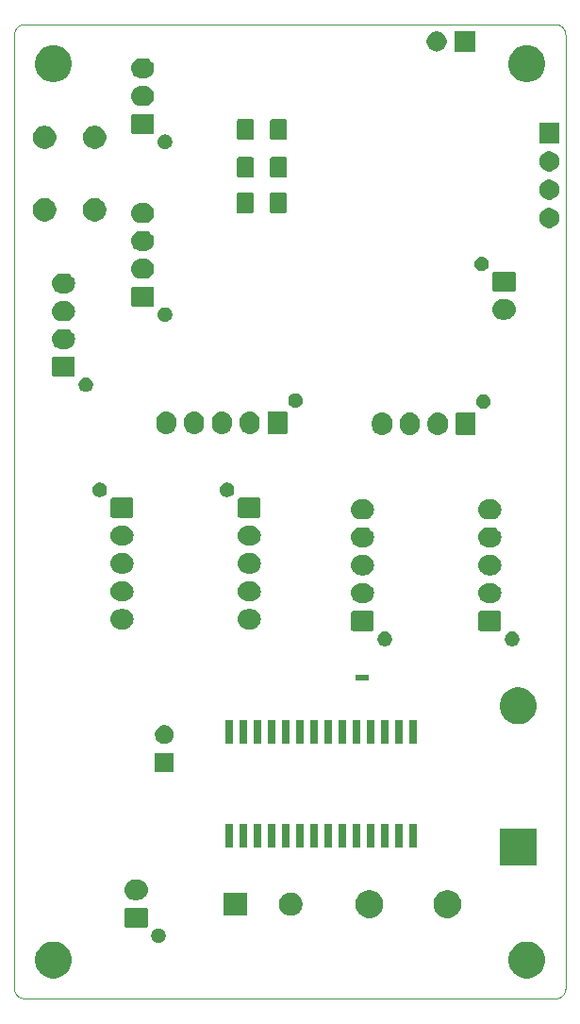
<source format=gbr>
G04 #@! TF.GenerationSoftware,KiCad,Pcbnew,(5.1.5)-3*
G04 #@! TF.CreationDate,2020-08-20T14:44:53-04:00*
G04 #@! TF.ProjectId,Ebike Board,4562696b-6520-4426-9f61-72642e6b6963,rev?*
G04 #@! TF.SameCoordinates,Original*
G04 #@! TF.FileFunction,Soldermask,Bot*
G04 #@! TF.FilePolarity,Negative*
%FSLAX46Y46*%
G04 Gerber Fmt 4.6, Leading zero omitted, Abs format (unit mm)*
G04 Created by KiCad (PCBNEW (5.1.5)-3) date 2020-08-20 14:44:53*
%MOMM*%
%LPD*%
G04 APERTURE LIST*
%ADD10C,0.120000*%
%ADD11C,0.050000*%
%ADD12C,0.100000*%
G04 APERTURE END LIST*
D10*
X111900000Y-157100000D02*
G75*
G02X111000000Y-156200000I0J900000D01*
G01*
X111000000Y-70600000D02*
G75*
G02X111900000Y-69700000I900000J0D01*
G01*
X159600000Y-69700000D02*
G75*
G02X160500000Y-70600000I0J-900000D01*
G01*
X160500000Y-156200000D02*
G75*
G02X159600000Y-157100000I-900000J0D01*
G01*
D11*
X111000000Y-156200000D02*
X111000000Y-70600000D01*
X159600000Y-157100000D02*
X111900000Y-157100000D01*
X160500000Y-70600000D02*
X160500000Y-156200000D01*
X111900000Y-69700000D02*
X159600000Y-69700000D01*
D12*
G36*
X114875256Y-151991298D02*
G01*
X114981579Y-152012447D01*
X115282042Y-152136903D01*
X115552451Y-152317585D01*
X115782415Y-152547549D01*
X115963097Y-152817958D01*
X116087553Y-153118421D01*
X116151000Y-153437391D01*
X116151000Y-153762609D01*
X116087553Y-154081579D01*
X115963097Y-154382042D01*
X115782415Y-154652451D01*
X115552451Y-154882415D01*
X115282042Y-155063097D01*
X114981579Y-155187553D01*
X114875256Y-155208702D01*
X114662611Y-155251000D01*
X114337389Y-155251000D01*
X114124744Y-155208702D01*
X114018421Y-155187553D01*
X113717958Y-155063097D01*
X113447549Y-154882415D01*
X113217585Y-154652451D01*
X113036903Y-154382042D01*
X112912447Y-154081579D01*
X112849000Y-153762609D01*
X112849000Y-153437391D01*
X112912447Y-153118421D01*
X113036903Y-152817958D01*
X113217585Y-152547549D01*
X113447549Y-152317585D01*
X113717958Y-152136903D01*
X114018421Y-152012447D01*
X114124744Y-151991298D01*
X114337389Y-151949000D01*
X114662611Y-151949000D01*
X114875256Y-151991298D01*
G37*
G36*
X157375256Y-151991298D02*
G01*
X157481579Y-152012447D01*
X157782042Y-152136903D01*
X158052451Y-152317585D01*
X158282415Y-152547549D01*
X158463097Y-152817958D01*
X158587553Y-153118421D01*
X158651000Y-153437391D01*
X158651000Y-153762609D01*
X158587553Y-154081579D01*
X158463097Y-154382042D01*
X158282415Y-154652451D01*
X158052451Y-154882415D01*
X157782042Y-155063097D01*
X157481579Y-155187553D01*
X157375256Y-155208702D01*
X157162611Y-155251000D01*
X156837389Y-155251000D01*
X156624744Y-155208702D01*
X156518421Y-155187553D01*
X156217958Y-155063097D01*
X155947549Y-154882415D01*
X155717585Y-154652451D01*
X155536903Y-154382042D01*
X155412447Y-154081579D01*
X155349000Y-153762609D01*
X155349000Y-153437391D01*
X155412447Y-153118421D01*
X155536903Y-152817958D01*
X155717585Y-152547549D01*
X155947549Y-152317585D01*
X156217958Y-152136903D01*
X156518421Y-152012447D01*
X156624744Y-151991298D01*
X156837389Y-151949000D01*
X157162611Y-151949000D01*
X157375256Y-151991298D01*
G37*
G36*
X124109890Y-150794017D02*
G01*
X124228364Y-150843091D01*
X124334988Y-150914335D01*
X124425665Y-151005012D01*
X124496909Y-151111636D01*
X124545983Y-151230110D01*
X124571000Y-151355882D01*
X124571000Y-151484118D01*
X124545983Y-151609890D01*
X124496909Y-151728364D01*
X124425665Y-151834988D01*
X124334988Y-151925665D01*
X124228364Y-151996909D01*
X124228363Y-151996910D01*
X124228362Y-151996910D01*
X124109890Y-152045983D01*
X123984119Y-152071000D01*
X123855881Y-152071000D01*
X123730110Y-152045983D01*
X123611638Y-151996910D01*
X123611637Y-151996910D01*
X123611636Y-151996909D01*
X123505012Y-151925665D01*
X123414335Y-151834988D01*
X123343091Y-151728364D01*
X123294017Y-151609890D01*
X123269000Y-151484118D01*
X123269000Y-151355882D01*
X123294017Y-151230110D01*
X123343091Y-151111636D01*
X123414335Y-151005012D01*
X123505012Y-150914335D01*
X123611636Y-150843091D01*
X123730110Y-150794017D01*
X123855881Y-150769000D01*
X123984119Y-150769000D01*
X124109890Y-150794017D01*
G37*
G36*
X122828600Y-148922989D02*
G01*
X122861652Y-148933015D01*
X122892103Y-148949292D01*
X122918799Y-148971201D01*
X122940708Y-148997897D01*
X122956985Y-149028348D01*
X122967011Y-149061400D01*
X122971000Y-149101903D01*
X122971000Y-150538097D01*
X122967011Y-150578600D01*
X122956985Y-150611652D01*
X122940708Y-150642103D01*
X122918799Y-150668799D01*
X122892103Y-150690708D01*
X122861652Y-150706985D01*
X122828600Y-150717011D01*
X122788097Y-150721000D01*
X121051903Y-150721000D01*
X121011400Y-150717011D01*
X120978348Y-150706985D01*
X120947897Y-150690708D01*
X120921201Y-150668799D01*
X120899292Y-150642103D01*
X120883015Y-150611652D01*
X120872989Y-150578600D01*
X120869000Y-150538097D01*
X120869000Y-149101903D01*
X120872989Y-149061400D01*
X120883015Y-149028348D01*
X120899292Y-148997897D01*
X120921201Y-148971201D01*
X120947897Y-148949292D01*
X120978348Y-148933015D01*
X121011400Y-148922989D01*
X121051903Y-148919000D01*
X122788097Y-148919000D01*
X122828600Y-148922989D01*
G37*
G36*
X150224903Y-147387075D02*
G01*
X150452571Y-147481378D01*
X150657466Y-147618285D01*
X150831715Y-147792534D01*
X150916903Y-147920027D01*
X150968623Y-147997431D01*
X151062925Y-148225097D01*
X151111000Y-148466786D01*
X151111000Y-148713214D01*
X151062925Y-148954903D01*
X150989445Y-149132301D01*
X150968622Y-149182571D01*
X150831715Y-149387466D01*
X150657466Y-149561715D01*
X150452571Y-149698622D01*
X150452570Y-149698623D01*
X150452569Y-149698623D01*
X150224903Y-149792925D01*
X149983214Y-149841000D01*
X149736786Y-149841000D01*
X149495097Y-149792925D01*
X149267431Y-149698623D01*
X149267430Y-149698623D01*
X149267429Y-149698622D01*
X149062534Y-149561715D01*
X148888285Y-149387466D01*
X148751378Y-149182571D01*
X148730556Y-149132301D01*
X148657075Y-148954903D01*
X148609000Y-148713214D01*
X148609000Y-148466786D01*
X148657075Y-148225097D01*
X148751377Y-147997431D01*
X148803097Y-147920027D01*
X148888285Y-147792534D01*
X149062534Y-147618285D01*
X149267429Y-147481378D01*
X149495097Y-147387075D01*
X149736786Y-147339000D01*
X149983214Y-147339000D01*
X150224903Y-147387075D01*
G37*
G36*
X143224903Y-147387075D02*
G01*
X143452571Y-147481378D01*
X143657466Y-147618285D01*
X143831715Y-147792534D01*
X143916903Y-147920027D01*
X143968623Y-147997431D01*
X144062925Y-148225097D01*
X144111000Y-148466786D01*
X144111000Y-148713214D01*
X144062925Y-148954903D01*
X143989445Y-149132301D01*
X143968622Y-149182571D01*
X143831715Y-149387466D01*
X143657466Y-149561715D01*
X143452571Y-149698622D01*
X143452570Y-149698623D01*
X143452569Y-149698623D01*
X143224903Y-149792925D01*
X142983214Y-149841000D01*
X142736786Y-149841000D01*
X142495097Y-149792925D01*
X142267431Y-149698623D01*
X142267430Y-149698623D01*
X142267429Y-149698622D01*
X142062534Y-149561715D01*
X141888285Y-149387466D01*
X141751378Y-149182571D01*
X141730556Y-149132301D01*
X141657075Y-148954903D01*
X141609000Y-148713214D01*
X141609000Y-148466786D01*
X141657075Y-148225097D01*
X141751377Y-147997431D01*
X141803097Y-147920027D01*
X141888285Y-147792534D01*
X142062534Y-147618285D01*
X142267429Y-147481378D01*
X142495097Y-147387075D01*
X142736786Y-147339000D01*
X142983214Y-147339000D01*
X143224903Y-147387075D01*
G37*
G36*
X136116564Y-147579389D02*
G01*
X136307833Y-147658615D01*
X136307835Y-147658616D01*
X136479973Y-147773635D01*
X136626365Y-147920027D01*
X136728431Y-148072779D01*
X136741385Y-148092167D01*
X136820611Y-148283436D01*
X136861000Y-148486484D01*
X136861000Y-148693516D01*
X136820611Y-148896564D01*
X136766024Y-149028348D01*
X136741384Y-149087835D01*
X136626365Y-149259973D01*
X136479973Y-149406365D01*
X136307835Y-149521384D01*
X136307834Y-149521385D01*
X136307833Y-149521385D01*
X136116564Y-149600611D01*
X135913516Y-149641000D01*
X135706484Y-149641000D01*
X135503436Y-149600611D01*
X135312167Y-149521385D01*
X135312166Y-149521385D01*
X135312165Y-149521384D01*
X135140027Y-149406365D01*
X134993635Y-149259973D01*
X134878616Y-149087835D01*
X134853976Y-149028348D01*
X134799389Y-148896564D01*
X134759000Y-148693516D01*
X134759000Y-148486484D01*
X134799389Y-148283436D01*
X134878615Y-148092167D01*
X134891570Y-148072779D01*
X134993635Y-147920027D01*
X135140027Y-147773635D01*
X135312165Y-147658616D01*
X135312167Y-147658615D01*
X135503436Y-147579389D01*
X135706484Y-147539000D01*
X135913516Y-147539000D01*
X136116564Y-147579389D01*
G37*
G36*
X131861000Y-149641000D02*
G01*
X129759000Y-149641000D01*
X129759000Y-147539000D01*
X131861000Y-147539000D01*
X131861000Y-149641000D01*
G37*
G36*
X122180442Y-146425518D02*
G01*
X122246627Y-146432037D01*
X122416466Y-146483557D01*
X122572991Y-146567222D01*
X122608729Y-146596552D01*
X122710186Y-146679814D01*
X122793448Y-146781271D01*
X122822778Y-146817009D01*
X122906443Y-146973534D01*
X122957963Y-147143373D01*
X122975359Y-147320000D01*
X122957963Y-147496627D01*
X122906443Y-147666466D01*
X122822778Y-147822991D01*
X122793448Y-147858729D01*
X122710186Y-147960186D01*
X122608729Y-148043448D01*
X122572991Y-148072778D01*
X122416466Y-148156443D01*
X122246627Y-148207963D01*
X122180442Y-148214482D01*
X122114260Y-148221000D01*
X121725740Y-148221000D01*
X121659558Y-148214482D01*
X121593373Y-148207963D01*
X121423534Y-148156443D01*
X121267009Y-148072778D01*
X121231271Y-148043448D01*
X121129814Y-147960186D01*
X121046552Y-147858729D01*
X121017222Y-147822991D01*
X120933557Y-147666466D01*
X120882037Y-147496627D01*
X120864641Y-147320000D01*
X120882037Y-147143373D01*
X120933557Y-146973534D01*
X121017222Y-146817009D01*
X121046552Y-146781271D01*
X121129814Y-146679814D01*
X121231271Y-146596552D01*
X121267009Y-146567222D01*
X121423534Y-146483557D01*
X121593373Y-146432037D01*
X121659558Y-146425518D01*
X121725740Y-146419000D01*
X122114260Y-146419000D01*
X122180442Y-146425518D01*
G37*
G36*
X157861000Y-145161000D02*
G01*
X154559000Y-145161000D01*
X154559000Y-141859000D01*
X157861000Y-141859000D01*
X157861000Y-145161000D01*
G37*
G36*
X134314928Y-141376764D02*
G01*
X134336009Y-141383160D01*
X134355445Y-141393548D01*
X134372476Y-141407524D01*
X134386452Y-141424555D01*
X134396840Y-141443991D01*
X134403236Y-141465072D01*
X134406000Y-141493140D01*
X134406000Y-143406860D01*
X134403236Y-143434928D01*
X134396840Y-143456009D01*
X134386452Y-143475445D01*
X134372476Y-143492476D01*
X134355445Y-143506452D01*
X134336009Y-143516840D01*
X134314928Y-143523236D01*
X134286860Y-143526000D01*
X133823140Y-143526000D01*
X133795072Y-143523236D01*
X133773991Y-143516840D01*
X133754555Y-143506452D01*
X133737524Y-143492476D01*
X133723548Y-143475445D01*
X133713160Y-143456009D01*
X133706764Y-143434928D01*
X133704000Y-143406860D01*
X133704000Y-141493140D01*
X133706764Y-141465072D01*
X133713160Y-141443991D01*
X133723548Y-141424555D01*
X133737524Y-141407524D01*
X133754555Y-141393548D01*
X133773991Y-141383160D01*
X133795072Y-141376764D01*
X133823140Y-141374000D01*
X134286860Y-141374000D01*
X134314928Y-141376764D01*
G37*
G36*
X147014928Y-141376764D02*
G01*
X147036009Y-141383160D01*
X147055445Y-141393548D01*
X147072476Y-141407524D01*
X147086452Y-141424555D01*
X147096840Y-141443991D01*
X147103236Y-141465072D01*
X147106000Y-141493140D01*
X147106000Y-143406860D01*
X147103236Y-143434928D01*
X147096840Y-143456009D01*
X147086452Y-143475445D01*
X147072476Y-143492476D01*
X147055445Y-143506452D01*
X147036009Y-143516840D01*
X147014928Y-143523236D01*
X146986860Y-143526000D01*
X146523140Y-143526000D01*
X146495072Y-143523236D01*
X146473991Y-143516840D01*
X146454555Y-143506452D01*
X146437524Y-143492476D01*
X146423548Y-143475445D01*
X146413160Y-143456009D01*
X146406764Y-143434928D01*
X146404000Y-143406860D01*
X146404000Y-141493140D01*
X146406764Y-141465072D01*
X146413160Y-141443991D01*
X146423548Y-141424555D01*
X146437524Y-141407524D01*
X146454555Y-141393548D01*
X146473991Y-141383160D01*
X146495072Y-141376764D01*
X146523140Y-141374000D01*
X146986860Y-141374000D01*
X147014928Y-141376764D01*
G37*
G36*
X145744928Y-141376764D02*
G01*
X145766009Y-141383160D01*
X145785445Y-141393548D01*
X145802476Y-141407524D01*
X145816452Y-141424555D01*
X145826840Y-141443991D01*
X145833236Y-141465072D01*
X145836000Y-141493140D01*
X145836000Y-143406860D01*
X145833236Y-143434928D01*
X145826840Y-143456009D01*
X145816452Y-143475445D01*
X145802476Y-143492476D01*
X145785445Y-143506452D01*
X145766009Y-143516840D01*
X145744928Y-143523236D01*
X145716860Y-143526000D01*
X145253140Y-143526000D01*
X145225072Y-143523236D01*
X145203991Y-143516840D01*
X145184555Y-143506452D01*
X145167524Y-143492476D01*
X145153548Y-143475445D01*
X145143160Y-143456009D01*
X145136764Y-143434928D01*
X145134000Y-143406860D01*
X145134000Y-141493140D01*
X145136764Y-141465072D01*
X145143160Y-141443991D01*
X145153548Y-141424555D01*
X145167524Y-141407524D01*
X145184555Y-141393548D01*
X145203991Y-141383160D01*
X145225072Y-141376764D01*
X145253140Y-141374000D01*
X145716860Y-141374000D01*
X145744928Y-141376764D01*
G37*
G36*
X139394928Y-141376764D02*
G01*
X139416009Y-141383160D01*
X139435445Y-141393548D01*
X139452476Y-141407524D01*
X139466452Y-141424555D01*
X139476840Y-141443991D01*
X139483236Y-141465072D01*
X139486000Y-141493140D01*
X139486000Y-143406860D01*
X139483236Y-143434928D01*
X139476840Y-143456009D01*
X139466452Y-143475445D01*
X139452476Y-143492476D01*
X139435445Y-143506452D01*
X139416009Y-143516840D01*
X139394928Y-143523236D01*
X139366860Y-143526000D01*
X138903140Y-143526000D01*
X138875072Y-143523236D01*
X138853991Y-143516840D01*
X138834555Y-143506452D01*
X138817524Y-143492476D01*
X138803548Y-143475445D01*
X138793160Y-143456009D01*
X138786764Y-143434928D01*
X138784000Y-143406860D01*
X138784000Y-141493140D01*
X138786764Y-141465072D01*
X138793160Y-141443991D01*
X138803548Y-141424555D01*
X138817524Y-141407524D01*
X138834555Y-141393548D01*
X138853991Y-141383160D01*
X138875072Y-141376764D01*
X138903140Y-141374000D01*
X139366860Y-141374000D01*
X139394928Y-141376764D01*
G37*
G36*
X138124928Y-141376764D02*
G01*
X138146009Y-141383160D01*
X138165445Y-141393548D01*
X138182476Y-141407524D01*
X138196452Y-141424555D01*
X138206840Y-141443991D01*
X138213236Y-141465072D01*
X138216000Y-141493140D01*
X138216000Y-143406860D01*
X138213236Y-143434928D01*
X138206840Y-143456009D01*
X138196452Y-143475445D01*
X138182476Y-143492476D01*
X138165445Y-143506452D01*
X138146009Y-143516840D01*
X138124928Y-143523236D01*
X138096860Y-143526000D01*
X137633140Y-143526000D01*
X137605072Y-143523236D01*
X137583991Y-143516840D01*
X137564555Y-143506452D01*
X137547524Y-143492476D01*
X137533548Y-143475445D01*
X137523160Y-143456009D01*
X137516764Y-143434928D01*
X137514000Y-143406860D01*
X137514000Y-141493140D01*
X137516764Y-141465072D01*
X137523160Y-141443991D01*
X137533548Y-141424555D01*
X137547524Y-141407524D01*
X137564555Y-141393548D01*
X137583991Y-141383160D01*
X137605072Y-141376764D01*
X137633140Y-141374000D01*
X138096860Y-141374000D01*
X138124928Y-141376764D01*
G37*
G36*
X136854928Y-141376764D02*
G01*
X136876009Y-141383160D01*
X136895445Y-141393548D01*
X136912476Y-141407524D01*
X136926452Y-141424555D01*
X136936840Y-141443991D01*
X136943236Y-141465072D01*
X136946000Y-141493140D01*
X136946000Y-143406860D01*
X136943236Y-143434928D01*
X136936840Y-143456009D01*
X136926452Y-143475445D01*
X136912476Y-143492476D01*
X136895445Y-143506452D01*
X136876009Y-143516840D01*
X136854928Y-143523236D01*
X136826860Y-143526000D01*
X136363140Y-143526000D01*
X136335072Y-143523236D01*
X136313991Y-143516840D01*
X136294555Y-143506452D01*
X136277524Y-143492476D01*
X136263548Y-143475445D01*
X136253160Y-143456009D01*
X136246764Y-143434928D01*
X136244000Y-143406860D01*
X136244000Y-141493140D01*
X136246764Y-141465072D01*
X136253160Y-141443991D01*
X136263548Y-141424555D01*
X136277524Y-141407524D01*
X136294555Y-141393548D01*
X136313991Y-141383160D01*
X136335072Y-141376764D01*
X136363140Y-141374000D01*
X136826860Y-141374000D01*
X136854928Y-141376764D01*
G37*
G36*
X135584928Y-141376764D02*
G01*
X135606009Y-141383160D01*
X135625445Y-141393548D01*
X135642476Y-141407524D01*
X135656452Y-141424555D01*
X135666840Y-141443991D01*
X135673236Y-141465072D01*
X135676000Y-141493140D01*
X135676000Y-143406860D01*
X135673236Y-143434928D01*
X135666840Y-143456009D01*
X135656452Y-143475445D01*
X135642476Y-143492476D01*
X135625445Y-143506452D01*
X135606009Y-143516840D01*
X135584928Y-143523236D01*
X135556860Y-143526000D01*
X135093140Y-143526000D01*
X135065072Y-143523236D01*
X135043991Y-143516840D01*
X135024555Y-143506452D01*
X135007524Y-143492476D01*
X134993548Y-143475445D01*
X134983160Y-143456009D01*
X134976764Y-143434928D01*
X134974000Y-143406860D01*
X134974000Y-141493140D01*
X134976764Y-141465072D01*
X134983160Y-141443991D01*
X134993548Y-141424555D01*
X135007524Y-141407524D01*
X135024555Y-141393548D01*
X135043991Y-141383160D01*
X135065072Y-141376764D01*
X135093140Y-141374000D01*
X135556860Y-141374000D01*
X135584928Y-141376764D01*
G37*
G36*
X133044928Y-141376764D02*
G01*
X133066009Y-141383160D01*
X133085445Y-141393548D01*
X133102476Y-141407524D01*
X133116452Y-141424555D01*
X133126840Y-141443991D01*
X133133236Y-141465072D01*
X133136000Y-141493140D01*
X133136000Y-143406860D01*
X133133236Y-143434928D01*
X133126840Y-143456009D01*
X133116452Y-143475445D01*
X133102476Y-143492476D01*
X133085445Y-143506452D01*
X133066009Y-143516840D01*
X133044928Y-143523236D01*
X133016860Y-143526000D01*
X132553140Y-143526000D01*
X132525072Y-143523236D01*
X132503991Y-143516840D01*
X132484555Y-143506452D01*
X132467524Y-143492476D01*
X132453548Y-143475445D01*
X132443160Y-143456009D01*
X132436764Y-143434928D01*
X132434000Y-143406860D01*
X132434000Y-141493140D01*
X132436764Y-141465072D01*
X132443160Y-141443991D01*
X132453548Y-141424555D01*
X132467524Y-141407524D01*
X132484555Y-141393548D01*
X132503991Y-141383160D01*
X132525072Y-141376764D01*
X132553140Y-141374000D01*
X133016860Y-141374000D01*
X133044928Y-141376764D01*
G37*
G36*
X131774928Y-141376764D02*
G01*
X131796009Y-141383160D01*
X131815445Y-141393548D01*
X131832476Y-141407524D01*
X131846452Y-141424555D01*
X131856840Y-141443991D01*
X131863236Y-141465072D01*
X131866000Y-141493140D01*
X131866000Y-143406860D01*
X131863236Y-143434928D01*
X131856840Y-143456009D01*
X131846452Y-143475445D01*
X131832476Y-143492476D01*
X131815445Y-143506452D01*
X131796009Y-143516840D01*
X131774928Y-143523236D01*
X131746860Y-143526000D01*
X131283140Y-143526000D01*
X131255072Y-143523236D01*
X131233991Y-143516840D01*
X131214555Y-143506452D01*
X131197524Y-143492476D01*
X131183548Y-143475445D01*
X131173160Y-143456009D01*
X131166764Y-143434928D01*
X131164000Y-143406860D01*
X131164000Y-141493140D01*
X131166764Y-141465072D01*
X131173160Y-141443991D01*
X131183548Y-141424555D01*
X131197524Y-141407524D01*
X131214555Y-141393548D01*
X131233991Y-141383160D01*
X131255072Y-141376764D01*
X131283140Y-141374000D01*
X131746860Y-141374000D01*
X131774928Y-141376764D01*
G37*
G36*
X130504928Y-141376764D02*
G01*
X130526009Y-141383160D01*
X130545445Y-141393548D01*
X130562476Y-141407524D01*
X130576452Y-141424555D01*
X130586840Y-141443991D01*
X130593236Y-141465072D01*
X130596000Y-141493140D01*
X130596000Y-143406860D01*
X130593236Y-143434928D01*
X130586840Y-143456009D01*
X130576452Y-143475445D01*
X130562476Y-143492476D01*
X130545445Y-143506452D01*
X130526009Y-143516840D01*
X130504928Y-143523236D01*
X130476860Y-143526000D01*
X130013140Y-143526000D01*
X129985072Y-143523236D01*
X129963991Y-143516840D01*
X129944555Y-143506452D01*
X129927524Y-143492476D01*
X129913548Y-143475445D01*
X129903160Y-143456009D01*
X129896764Y-143434928D01*
X129894000Y-143406860D01*
X129894000Y-141493140D01*
X129896764Y-141465072D01*
X129903160Y-141443991D01*
X129913548Y-141424555D01*
X129927524Y-141407524D01*
X129944555Y-141393548D01*
X129963991Y-141383160D01*
X129985072Y-141376764D01*
X130013140Y-141374000D01*
X130476860Y-141374000D01*
X130504928Y-141376764D01*
G37*
G36*
X140664928Y-141376764D02*
G01*
X140686009Y-141383160D01*
X140705445Y-141393548D01*
X140722476Y-141407524D01*
X140736452Y-141424555D01*
X140746840Y-141443991D01*
X140753236Y-141465072D01*
X140756000Y-141493140D01*
X140756000Y-143406860D01*
X140753236Y-143434928D01*
X140746840Y-143456009D01*
X140736452Y-143475445D01*
X140722476Y-143492476D01*
X140705445Y-143506452D01*
X140686009Y-143516840D01*
X140664928Y-143523236D01*
X140636860Y-143526000D01*
X140173140Y-143526000D01*
X140145072Y-143523236D01*
X140123991Y-143516840D01*
X140104555Y-143506452D01*
X140087524Y-143492476D01*
X140073548Y-143475445D01*
X140063160Y-143456009D01*
X140056764Y-143434928D01*
X140054000Y-143406860D01*
X140054000Y-141493140D01*
X140056764Y-141465072D01*
X140063160Y-141443991D01*
X140073548Y-141424555D01*
X140087524Y-141407524D01*
X140104555Y-141393548D01*
X140123991Y-141383160D01*
X140145072Y-141376764D01*
X140173140Y-141374000D01*
X140636860Y-141374000D01*
X140664928Y-141376764D01*
G37*
G36*
X141934928Y-141376764D02*
G01*
X141956009Y-141383160D01*
X141975445Y-141393548D01*
X141992476Y-141407524D01*
X142006452Y-141424555D01*
X142016840Y-141443991D01*
X142023236Y-141465072D01*
X142026000Y-141493140D01*
X142026000Y-143406860D01*
X142023236Y-143434928D01*
X142016840Y-143456009D01*
X142006452Y-143475445D01*
X141992476Y-143492476D01*
X141975445Y-143506452D01*
X141956009Y-143516840D01*
X141934928Y-143523236D01*
X141906860Y-143526000D01*
X141443140Y-143526000D01*
X141415072Y-143523236D01*
X141393991Y-143516840D01*
X141374555Y-143506452D01*
X141357524Y-143492476D01*
X141343548Y-143475445D01*
X141333160Y-143456009D01*
X141326764Y-143434928D01*
X141324000Y-143406860D01*
X141324000Y-141493140D01*
X141326764Y-141465072D01*
X141333160Y-141443991D01*
X141343548Y-141424555D01*
X141357524Y-141407524D01*
X141374555Y-141393548D01*
X141393991Y-141383160D01*
X141415072Y-141376764D01*
X141443140Y-141374000D01*
X141906860Y-141374000D01*
X141934928Y-141376764D01*
G37*
G36*
X144474928Y-141376764D02*
G01*
X144496009Y-141383160D01*
X144515445Y-141393548D01*
X144532476Y-141407524D01*
X144546452Y-141424555D01*
X144556840Y-141443991D01*
X144563236Y-141465072D01*
X144566000Y-141493140D01*
X144566000Y-143406860D01*
X144563236Y-143434928D01*
X144556840Y-143456009D01*
X144546452Y-143475445D01*
X144532476Y-143492476D01*
X144515445Y-143506452D01*
X144496009Y-143516840D01*
X144474928Y-143523236D01*
X144446860Y-143526000D01*
X143983140Y-143526000D01*
X143955072Y-143523236D01*
X143933991Y-143516840D01*
X143914555Y-143506452D01*
X143897524Y-143492476D01*
X143883548Y-143475445D01*
X143873160Y-143456009D01*
X143866764Y-143434928D01*
X143864000Y-143406860D01*
X143864000Y-141493140D01*
X143866764Y-141465072D01*
X143873160Y-141443991D01*
X143883548Y-141424555D01*
X143897524Y-141407524D01*
X143914555Y-141393548D01*
X143933991Y-141383160D01*
X143955072Y-141376764D01*
X143983140Y-141374000D01*
X144446860Y-141374000D01*
X144474928Y-141376764D01*
G37*
G36*
X143204928Y-141376764D02*
G01*
X143226009Y-141383160D01*
X143245445Y-141393548D01*
X143262476Y-141407524D01*
X143276452Y-141424555D01*
X143286840Y-141443991D01*
X143293236Y-141465072D01*
X143296000Y-141493140D01*
X143296000Y-143406860D01*
X143293236Y-143434928D01*
X143286840Y-143456009D01*
X143276452Y-143475445D01*
X143262476Y-143492476D01*
X143245445Y-143506452D01*
X143226009Y-143516840D01*
X143204928Y-143523236D01*
X143176860Y-143526000D01*
X142713140Y-143526000D01*
X142685072Y-143523236D01*
X142663991Y-143516840D01*
X142644555Y-143506452D01*
X142627524Y-143492476D01*
X142613548Y-143475445D01*
X142603160Y-143456009D01*
X142596764Y-143434928D01*
X142594000Y-143406860D01*
X142594000Y-141493140D01*
X142596764Y-141465072D01*
X142603160Y-141443991D01*
X142613548Y-141424555D01*
X142627524Y-141407524D01*
X142644555Y-141393548D01*
X142663991Y-141383160D01*
X142685072Y-141376764D01*
X142713140Y-141374000D01*
X143176860Y-141374000D01*
X143204928Y-141376764D01*
G37*
G36*
X125311000Y-136741000D02*
G01*
X123609000Y-136741000D01*
X123609000Y-135039000D01*
X125311000Y-135039000D01*
X125311000Y-136741000D01*
G37*
G36*
X124708228Y-132571703D02*
G01*
X124863100Y-132635853D01*
X125002481Y-132728985D01*
X125121015Y-132847519D01*
X125214147Y-132986900D01*
X125278297Y-133141772D01*
X125311000Y-133306184D01*
X125311000Y-133473816D01*
X125278297Y-133638228D01*
X125214147Y-133793100D01*
X125121015Y-133932481D01*
X125002481Y-134051015D01*
X124863100Y-134144147D01*
X124708228Y-134208297D01*
X124543816Y-134241000D01*
X124376184Y-134241000D01*
X124211772Y-134208297D01*
X124056900Y-134144147D01*
X123917519Y-134051015D01*
X123798985Y-133932481D01*
X123705853Y-133793100D01*
X123641703Y-133638228D01*
X123609000Y-133473816D01*
X123609000Y-133306184D01*
X123641703Y-133141772D01*
X123705853Y-132986900D01*
X123798985Y-132847519D01*
X123917519Y-132728985D01*
X124056900Y-132635853D01*
X124211772Y-132571703D01*
X124376184Y-132539000D01*
X124543816Y-132539000D01*
X124708228Y-132571703D01*
G37*
G36*
X130504928Y-132076764D02*
G01*
X130526009Y-132083160D01*
X130545445Y-132093548D01*
X130562476Y-132107524D01*
X130576452Y-132124555D01*
X130586840Y-132143991D01*
X130593236Y-132165072D01*
X130596000Y-132193140D01*
X130596000Y-134106860D01*
X130593236Y-134134928D01*
X130586840Y-134156009D01*
X130576452Y-134175445D01*
X130562476Y-134192476D01*
X130545445Y-134206452D01*
X130526009Y-134216840D01*
X130504928Y-134223236D01*
X130476860Y-134226000D01*
X130013140Y-134226000D01*
X129985072Y-134223236D01*
X129963991Y-134216840D01*
X129944555Y-134206452D01*
X129927524Y-134192476D01*
X129913548Y-134175445D01*
X129903160Y-134156009D01*
X129896764Y-134134928D01*
X129894000Y-134106860D01*
X129894000Y-132193140D01*
X129896764Y-132165072D01*
X129903160Y-132143991D01*
X129913548Y-132124555D01*
X129927524Y-132107524D01*
X129944555Y-132093548D01*
X129963991Y-132083160D01*
X129985072Y-132076764D01*
X130013140Y-132074000D01*
X130476860Y-132074000D01*
X130504928Y-132076764D01*
G37*
G36*
X147014928Y-132076764D02*
G01*
X147036009Y-132083160D01*
X147055445Y-132093548D01*
X147072476Y-132107524D01*
X147086452Y-132124555D01*
X147096840Y-132143991D01*
X147103236Y-132165072D01*
X147106000Y-132193140D01*
X147106000Y-134106860D01*
X147103236Y-134134928D01*
X147096840Y-134156009D01*
X147086452Y-134175445D01*
X147072476Y-134192476D01*
X147055445Y-134206452D01*
X147036009Y-134216840D01*
X147014928Y-134223236D01*
X146986860Y-134226000D01*
X146523140Y-134226000D01*
X146495072Y-134223236D01*
X146473991Y-134216840D01*
X146454555Y-134206452D01*
X146437524Y-134192476D01*
X146423548Y-134175445D01*
X146413160Y-134156009D01*
X146406764Y-134134928D01*
X146404000Y-134106860D01*
X146404000Y-132193140D01*
X146406764Y-132165072D01*
X146413160Y-132143991D01*
X146423548Y-132124555D01*
X146437524Y-132107524D01*
X146454555Y-132093548D01*
X146473991Y-132083160D01*
X146495072Y-132076764D01*
X146523140Y-132074000D01*
X146986860Y-132074000D01*
X147014928Y-132076764D01*
G37*
G36*
X145744928Y-132076764D02*
G01*
X145766009Y-132083160D01*
X145785445Y-132093548D01*
X145802476Y-132107524D01*
X145816452Y-132124555D01*
X145826840Y-132143991D01*
X145833236Y-132165072D01*
X145836000Y-132193140D01*
X145836000Y-134106860D01*
X145833236Y-134134928D01*
X145826840Y-134156009D01*
X145816452Y-134175445D01*
X145802476Y-134192476D01*
X145785445Y-134206452D01*
X145766009Y-134216840D01*
X145744928Y-134223236D01*
X145716860Y-134226000D01*
X145253140Y-134226000D01*
X145225072Y-134223236D01*
X145203991Y-134216840D01*
X145184555Y-134206452D01*
X145167524Y-134192476D01*
X145153548Y-134175445D01*
X145143160Y-134156009D01*
X145136764Y-134134928D01*
X145134000Y-134106860D01*
X145134000Y-132193140D01*
X145136764Y-132165072D01*
X145143160Y-132143991D01*
X145153548Y-132124555D01*
X145167524Y-132107524D01*
X145184555Y-132093548D01*
X145203991Y-132083160D01*
X145225072Y-132076764D01*
X145253140Y-132074000D01*
X145716860Y-132074000D01*
X145744928Y-132076764D01*
G37*
G36*
X144474928Y-132076764D02*
G01*
X144496009Y-132083160D01*
X144515445Y-132093548D01*
X144532476Y-132107524D01*
X144546452Y-132124555D01*
X144556840Y-132143991D01*
X144563236Y-132165072D01*
X144566000Y-132193140D01*
X144566000Y-134106860D01*
X144563236Y-134134928D01*
X144556840Y-134156009D01*
X144546452Y-134175445D01*
X144532476Y-134192476D01*
X144515445Y-134206452D01*
X144496009Y-134216840D01*
X144474928Y-134223236D01*
X144446860Y-134226000D01*
X143983140Y-134226000D01*
X143955072Y-134223236D01*
X143933991Y-134216840D01*
X143914555Y-134206452D01*
X143897524Y-134192476D01*
X143883548Y-134175445D01*
X143873160Y-134156009D01*
X143866764Y-134134928D01*
X143864000Y-134106860D01*
X143864000Y-132193140D01*
X143866764Y-132165072D01*
X143873160Y-132143991D01*
X143883548Y-132124555D01*
X143897524Y-132107524D01*
X143914555Y-132093548D01*
X143933991Y-132083160D01*
X143955072Y-132076764D01*
X143983140Y-132074000D01*
X144446860Y-132074000D01*
X144474928Y-132076764D01*
G37*
G36*
X135584928Y-132076764D02*
G01*
X135606009Y-132083160D01*
X135625445Y-132093548D01*
X135642476Y-132107524D01*
X135656452Y-132124555D01*
X135666840Y-132143991D01*
X135673236Y-132165072D01*
X135676000Y-132193140D01*
X135676000Y-134106860D01*
X135673236Y-134134928D01*
X135666840Y-134156009D01*
X135656452Y-134175445D01*
X135642476Y-134192476D01*
X135625445Y-134206452D01*
X135606009Y-134216840D01*
X135584928Y-134223236D01*
X135556860Y-134226000D01*
X135093140Y-134226000D01*
X135065072Y-134223236D01*
X135043991Y-134216840D01*
X135024555Y-134206452D01*
X135007524Y-134192476D01*
X134993548Y-134175445D01*
X134983160Y-134156009D01*
X134976764Y-134134928D01*
X134974000Y-134106860D01*
X134974000Y-132193140D01*
X134976764Y-132165072D01*
X134983160Y-132143991D01*
X134993548Y-132124555D01*
X135007524Y-132107524D01*
X135024555Y-132093548D01*
X135043991Y-132083160D01*
X135065072Y-132076764D01*
X135093140Y-132074000D01*
X135556860Y-132074000D01*
X135584928Y-132076764D01*
G37*
G36*
X134314928Y-132076764D02*
G01*
X134336009Y-132083160D01*
X134355445Y-132093548D01*
X134372476Y-132107524D01*
X134386452Y-132124555D01*
X134396840Y-132143991D01*
X134403236Y-132165072D01*
X134406000Y-132193140D01*
X134406000Y-134106860D01*
X134403236Y-134134928D01*
X134396840Y-134156009D01*
X134386452Y-134175445D01*
X134372476Y-134192476D01*
X134355445Y-134206452D01*
X134336009Y-134216840D01*
X134314928Y-134223236D01*
X134286860Y-134226000D01*
X133823140Y-134226000D01*
X133795072Y-134223236D01*
X133773991Y-134216840D01*
X133754555Y-134206452D01*
X133737524Y-134192476D01*
X133723548Y-134175445D01*
X133713160Y-134156009D01*
X133706764Y-134134928D01*
X133704000Y-134106860D01*
X133704000Y-132193140D01*
X133706764Y-132165072D01*
X133713160Y-132143991D01*
X133723548Y-132124555D01*
X133737524Y-132107524D01*
X133754555Y-132093548D01*
X133773991Y-132083160D01*
X133795072Y-132076764D01*
X133823140Y-132074000D01*
X134286860Y-132074000D01*
X134314928Y-132076764D01*
G37*
G36*
X138124928Y-132076764D02*
G01*
X138146009Y-132083160D01*
X138165445Y-132093548D01*
X138182476Y-132107524D01*
X138196452Y-132124555D01*
X138206840Y-132143991D01*
X138213236Y-132165072D01*
X138216000Y-132193140D01*
X138216000Y-134106860D01*
X138213236Y-134134928D01*
X138206840Y-134156009D01*
X138196452Y-134175445D01*
X138182476Y-134192476D01*
X138165445Y-134206452D01*
X138146009Y-134216840D01*
X138124928Y-134223236D01*
X138096860Y-134226000D01*
X137633140Y-134226000D01*
X137605072Y-134223236D01*
X137583991Y-134216840D01*
X137564555Y-134206452D01*
X137547524Y-134192476D01*
X137533548Y-134175445D01*
X137523160Y-134156009D01*
X137516764Y-134134928D01*
X137514000Y-134106860D01*
X137514000Y-132193140D01*
X137516764Y-132165072D01*
X137523160Y-132143991D01*
X137533548Y-132124555D01*
X137547524Y-132107524D01*
X137564555Y-132093548D01*
X137583991Y-132083160D01*
X137605072Y-132076764D01*
X137633140Y-132074000D01*
X138096860Y-132074000D01*
X138124928Y-132076764D01*
G37*
G36*
X140664928Y-132076764D02*
G01*
X140686009Y-132083160D01*
X140705445Y-132093548D01*
X140722476Y-132107524D01*
X140736452Y-132124555D01*
X140746840Y-132143991D01*
X140753236Y-132165072D01*
X140756000Y-132193140D01*
X140756000Y-134106860D01*
X140753236Y-134134928D01*
X140746840Y-134156009D01*
X140736452Y-134175445D01*
X140722476Y-134192476D01*
X140705445Y-134206452D01*
X140686009Y-134216840D01*
X140664928Y-134223236D01*
X140636860Y-134226000D01*
X140173140Y-134226000D01*
X140145072Y-134223236D01*
X140123991Y-134216840D01*
X140104555Y-134206452D01*
X140087524Y-134192476D01*
X140073548Y-134175445D01*
X140063160Y-134156009D01*
X140056764Y-134134928D01*
X140054000Y-134106860D01*
X140054000Y-132193140D01*
X140056764Y-132165072D01*
X140063160Y-132143991D01*
X140073548Y-132124555D01*
X140087524Y-132107524D01*
X140104555Y-132093548D01*
X140123991Y-132083160D01*
X140145072Y-132076764D01*
X140173140Y-132074000D01*
X140636860Y-132074000D01*
X140664928Y-132076764D01*
G37*
G36*
X141934928Y-132076764D02*
G01*
X141956009Y-132083160D01*
X141975445Y-132093548D01*
X141992476Y-132107524D01*
X142006452Y-132124555D01*
X142016840Y-132143991D01*
X142023236Y-132165072D01*
X142026000Y-132193140D01*
X142026000Y-134106860D01*
X142023236Y-134134928D01*
X142016840Y-134156009D01*
X142006452Y-134175445D01*
X141992476Y-134192476D01*
X141975445Y-134206452D01*
X141956009Y-134216840D01*
X141934928Y-134223236D01*
X141906860Y-134226000D01*
X141443140Y-134226000D01*
X141415072Y-134223236D01*
X141393991Y-134216840D01*
X141374555Y-134206452D01*
X141357524Y-134192476D01*
X141343548Y-134175445D01*
X141333160Y-134156009D01*
X141326764Y-134134928D01*
X141324000Y-134106860D01*
X141324000Y-132193140D01*
X141326764Y-132165072D01*
X141333160Y-132143991D01*
X141343548Y-132124555D01*
X141357524Y-132107524D01*
X141374555Y-132093548D01*
X141393991Y-132083160D01*
X141415072Y-132076764D01*
X141443140Y-132074000D01*
X141906860Y-132074000D01*
X141934928Y-132076764D01*
G37*
G36*
X143204928Y-132076764D02*
G01*
X143226009Y-132083160D01*
X143245445Y-132093548D01*
X143262476Y-132107524D01*
X143276452Y-132124555D01*
X143286840Y-132143991D01*
X143293236Y-132165072D01*
X143296000Y-132193140D01*
X143296000Y-134106860D01*
X143293236Y-134134928D01*
X143286840Y-134156009D01*
X143276452Y-134175445D01*
X143262476Y-134192476D01*
X143245445Y-134206452D01*
X143226009Y-134216840D01*
X143204928Y-134223236D01*
X143176860Y-134226000D01*
X142713140Y-134226000D01*
X142685072Y-134223236D01*
X142663991Y-134216840D01*
X142644555Y-134206452D01*
X142627524Y-134192476D01*
X142613548Y-134175445D01*
X142603160Y-134156009D01*
X142596764Y-134134928D01*
X142594000Y-134106860D01*
X142594000Y-132193140D01*
X142596764Y-132165072D01*
X142603160Y-132143991D01*
X142613548Y-132124555D01*
X142627524Y-132107524D01*
X142644555Y-132093548D01*
X142663991Y-132083160D01*
X142685072Y-132076764D01*
X142713140Y-132074000D01*
X143176860Y-132074000D01*
X143204928Y-132076764D01*
G37*
G36*
X131774928Y-132076764D02*
G01*
X131796009Y-132083160D01*
X131815445Y-132093548D01*
X131832476Y-132107524D01*
X131846452Y-132124555D01*
X131856840Y-132143991D01*
X131863236Y-132165072D01*
X131866000Y-132193140D01*
X131866000Y-134106860D01*
X131863236Y-134134928D01*
X131856840Y-134156009D01*
X131846452Y-134175445D01*
X131832476Y-134192476D01*
X131815445Y-134206452D01*
X131796009Y-134216840D01*
X131774928Y-134223236D01*
X131746860Y-134226000D01*
X131283140Y-134226000D01*
X131255072Y-134223236D01*
X131233991Y-134216840D01*
X131214555Y-134206452D01*
X131197524Y-134192476D01*
X131183548Y-134175445D01*
X131173160Y-134156009D01*
X131166764Y-134134928D01*
X131164000Y-134106860D01*
X131164000Y-132193140D01*
X131166764Y-132165072D01*
X131173160Y-132143991D01*
X131183548Y-132124555D01*
X131197524Y-132107524D01*
X131214555Y-132093548D01*
X131233991Y-132083160D01*
X131255072Y-132076764D01*
X131283140Y-132074000D01*
X131746860Y-132074000D01*
X131774928Y-132076764D01*
G37*
G36*
X136854928Y-132076764D02*
G01*
X136876009Y-132083160D01*
X136895445Y-132093548D01*
X136912476Y-132107524D01*
X136926452Y-132124555D01*
X136936840Y-132143991D01*
X136943236Y-132165072D01*
X136946000Y-132193140D01*
X136946000Y-134106860D01*
X136943236Y-134134928D01*
X136936840Y-134156009D01*
X136926452Y-134175445D01*
X136912476Y-134192476D01*
X136895445Y-134206452D01*
X136876009Y-134216840D01*
X136854928Y-134223236D01*
X136826860Y-134226000D01*
X136363140Y-134226000D01*
X136335072Y-134223236D01*
X136313991Y-134216840D01*
X136294555Y-134206452D01*
X136277524Y-134192476D01*
X136263548Y-134175445D01*
X136253160Y-134156009D01*
X136246764Y-134134928D01*
X136244000Y-134106860D01*
X136244000Y-132193140D01*
X136246764Y-132165072D01*
X136253160Y-132143991D01*
X136263548Y-132124555D01*
X136277524Y-132107524D01*
X136294555Y-132093548D01*
X136313991Y-132083160D01*
X136335072Y-132076764D01*
X136363140Y-132074000D01*
X136826860Y-132074000D01*
X136854928Y-132076764D01*
G37*
G36*
X133044928Y-132076764D02*
G01*
X133066009Y-132083160D01*
X133085445Y-132093548D01*
X133102476Y-132107524D01*
X133116452Y-132124555D01*
X133126840Y-132143991D01*
X133133236Y-132165072D01*
X133136000Y-132193140D01*
X133136000Y-134106860D01*
X133133236Y-134134928D01*
X133126840Y-134156009D01*
X133116452Y-134175445D01*
X133102476Y-134192476D01*
X133085445Y-134206452D01*
X133066009Y-134216840D01*
X133044928Y-134223236D01*
X133016860Y-134226000D01*
X132553140Y-134226000D01*
X132525072Y-134223236D01*
X132503991Y-134216840D01*
X132484555Y-134206452D01*
X132467524Y-134192476D01*
X132453548Y-134175445D01*
X132443160Y-134156009D01*
X132436764Y-134134928D01*
X132434000Y-134106860D01*
X132434000Y-132193140D01*
X132436764Y-132165072D01*
X132443160Y-132143991D01*
X132453548Y-132124555D01*
X132467524Y-132107524D01*
X132484555Y-132093548D01*
X132503991Y-132083160D01*
X132525072Y-132076764D01*
X132553140Y-132074000D01*
X133016860Y-132074000D01*
X133044928Y-132076764D01*
G37*
G36*
X139394928Y-132076764D02*
G01*
X139416009Y-132083160D01*
X139435445Y-132093548D01*
X139452476Y-132107524D01*
X139466452Y-132124555D01*
X139476840Y-132143991D01*
X139483236Y-132165072D01*
X139486000Y-132193140D01*
X139486000Y-134106860D01*
X139483236Y-134134928D01*
X139476840Y-134156009D01*
X139466452Y-134175445D01*
X139452476Y-134192476D01*
X139435445Y-134206452D01*
X139416009Y-134216840D01*
X139394928Y-134223236D01*
X139366860Y-134226000D01*
X138903140Y-134226000D01*
X138875072Y-134223236D01*
X138853991Y-134216840D01*
X138834555Y-134206452D01*
X138817524Y-134192476D01*
X138803548Y-134175445D01*
X138793160Y-134156009D01*
X138786764Y-134134928D01*
X138784000Y-134106860D01*
X138784000Y-132193140D01*
X138786764Y-132165072D01*
X138793160Y-132143991D01*
X138803548Y-132124555D01*
X138817524Y-132107524D01*
X138834555Y-132093548D01*
X138853991Y-132083160D01*
X138875072Y-132076764D01*
X138903140Y-132074000D01*
X139366860Y-132074000D01*
X139394928Y-132076764D01*
G37*
G36*
X156585256Y-129201298D02*
G01*
X156691579Y-129222447D01*
X156992042Y-129346903D01*
X157262451Y-129527585D01*
X157492415Y-129757549D01*
X157673097Y-130027958D01*
X157797553Y-130328421D01*
X157861000Y-130647391D01*
X157861000Y-130972609D01*
X157797553Y-131291579D01*
X157673097Y-131592042D01*
X157492415Y-131862451D01*
X157262451Y-132092415D01*
X156992042Y-132273097D01*
X156691579Y-132397553D01*
X156585256Y-132418702D01*
X156372611Y-132461000D01*
X156047389Y-132461000D01*
X155834744Y-132418702D01*
X155728421Y-132397553D01*
X155427958Y-132273097D01*
X155157549Y-132092415D01*
X154927585Y-131862451D01*
X154746903Y-131592042D01*
X154622447Y-131291579D01*
X154559000Y-130972609D01*
X154559000Y-130647391D01*
X154622447Y-130328421D01*
X154746903Y-130027958D01*
X154927585Y-129757549D01*
X155157549Y-129527585D01*
X155427958Y-129346903D01*
X155728421Y-129222447D01*
X155834744Y-129201298D01*
X156047389Y-129159000D01*
X156372611Y-129159000D01*
X156585256Y-129201298D01*
G37*
G36*
X142150170Y-128020803D02*
G01*
X142161877Y-128024355D01*
X142181077Y-128034617D01*
X142203716Y-128043994D01*
X142227749Y-128048774D01*
X142252253Y-128048774D01*
X142276286Y-128043993D01*
X142298923Y-128034617D01*
X142318123Y-128024355D01*
X142329830Y-128020803D01*
X142348138Y-128019000D01*
X142771862Y-128019000D01*
X142790170Y-128020803D01*
X142801875Y-128024354D01*
X142812665Y-128030121D01*
X142822119Y-128037881D01*
X142829879Y-128047335D01*
X142835646Y-128058125D01*
X142839197Y-128069830D01*
X142841000Y-128088138D01*
X142841000Y-128451862D01*
X142839197Y-128470170D01*
X142835646Y-128481875D01*
X142829879Y-128492665D01*
X142822119Y-128502119D01*
X142812665Y-128509879D01*
X142801875Y-128515646D01*
X142790170Y-128519197D01*
X142771862Y-128521000D01*
X142348138Y-128521000D01*
X142329830Y-128519197D01*
X142318123Y-128515645D01*
X142298923Y-128505383D01*
X142276284Y-128496006D01*
X142252251Y-128491226D01*
X142227747Y-128491226D01*
X142203714Y-128496007D01*
X142181077Y-128505383D01*
X142161877Y-128515645D01*
X142150170Y-128519197D01*
X142131862Y-128521000D01*
X141708138Y-128521000D01*
X141689830Y-128519197D01*
X141678125Y-128515646D01*
X141667335Y-128509879D01*
X141657881Y-128502119D01*
X141650121Y-128492665D01*
X141644354Y-128481875D01*
X141640803Y-128470170D01*
X141639000Y-128451862D01*
X141639000Y-128088138D01*
X141640803Y-128069830D01*
X141644354Y-128058125D01*
X141650121Y-128047335D01*
X141657881Y-128037881D01*
X141667335Y-128030121D01*
X141678125Y-128024354D01*
X141689830Y-128020803D01*
X141708138Y-128019000D01*
X142131862Y-128019000D01*
X142150170Y-128020803D01*
G37*
G36*
X144429890Y-124164017D02*
G01*
X144548364Y-124213091D01*
X144654988Y-124284335D01*
X144745665Y-124375012D01*
X144816909Y-124481636D01*
X144865983Y-124600110D01*
X144891000Y-124725882D01*
X144891000Y-124854118D01*
X144865983Y-124979890D01*
X144816909Y-125098364D01*
X144745665Y-125204988D01*
X144654988Y-125295665D01*
X144548364Y-125366909D01*
X144548363Y-125366910D01*
X144548362Y-125366910D01*
X144429890Y-125415983D01*
X144304119Y-125441000D01*
X144175881Y-125441000D01*
X144050110Y-125415983D01*
X143931638Y-125366910D01*
X143931637Y-125366910D01*
X143931636Y-125366909D01*
X143825012Y-125295665D01*
X143734335Y-125204988D01*
X143663091Y-125098364D01*
X143614017Y-124979890D01*
X143589000Y-124854118D01*
X143589000Y-124725882D01*
X143614017Y-124600110D01*
X143663091Y-124481636D01*
X143734335Y-124375012D01*
X143825012Y-124284335D01*
X143931636Y-124213091D01*
X144050110Y-124164017D01*
X144175881Y-124139000D01*
X144304119Y-124139000D01*
X144429890Y-124164017D01*
G37*
G36*
X155859890Y-124164017D02*
G01*
X155978364Y-124213091D01*
X156084988Y-124284335D01*
X156175665Y-124375012D01*
X156246909Y-124481636D01*
X156295983Y-124600110D01*
X156321000Y-124725882D01*
X156321000Y-124854118D01*
X156295983Y-124979890D01*
X156246909Y-125098364D01*
X156175665Y-125204988D01*
X156084988Y-125295665D01*
X155978364Y-125366909D01*
X155978363Y-125366910D01*
X155978362Y-125366910D01*
X155859890Y-125415983D01*
X155734119Y-125441000D01*
X155605881Y-125441000D01*
X155480110Y-125415983D01*
X155361638Y-125366910D01*
X155361637Y-125366910D01*
X155361636Y-125366909D01*
X155255012Y-125295665D01*
X155164335Y-125204988D01*
X155093091Y-125098364D01*
X155044017Y-124979890D01*
X155019000Y-124854118D01*
X155019000Y-124725882D01*
X155044017Y-124600110D01*
X155093091Y-124481636D01*
X155164335Y-124375012D01*
X155255012Y-124284335D01*
X155361636Y-124213091D01*
X155480110Y-124164017D01*
X155605881Y-124139000D01*
X155734119Y-124139000D01*
X155859890Y-124164017D01*
G37*
G36*
X143123600Y-122292989D02*
G01*
X143156652Y-122303015D01*
X143187103Y-122319292D01*
X143213799Y-122341201D01*
X143235708Y-122367897D01*
X143251985Y-122398348D01*
X143262011Y-122431400D01*
X143266000Y-122471903D01*
X143266000Y-123908097D01*
X143262011Y-123948600D01*
X143251985Y-123981652D01*
X143235708Y-124012103D01*
X143213799Y-124038799D01*
X143187103Y-124060708D01*
X143156652Y-124076985D01*
X143123600Y-124087011D01*
X143083097Y-124091000D01*
X141396903Y-124091000D01*
X141356400Y-124087011D01*
X141323348Y-124076985D01*
X141292897Y-124060708D01*
X141266201Y-124038799D01*
X141244292Y-124012103D01*
X141228015Y-123981652D01*
X141217989Y-123948600D01*
X141214000Y-123908097D01*
X141214000Y-122471903D01*
X141217989Y-122431400D01*
X141228015Y-122398348D01*
X141244292Y-122367897D01*
X141266201Y-122341201D01*
X141292897Y-122319292D01*
X141323348Y-122303015D01*
X141356400Y-122292989D01*
X141396903Y-122289000D01*
X143083097Y-122289000D01*
X143123600Y-122292989D01*
G37*
G36*
X154553600Y-122292989D02*
G01*
X154586652Y-122303015D01*
X154617103Y-122319292D01*
X154643799Y-122341201D01*
X154665708Y-122367897D01*
X154681985Y-122398348D01*
X154692011Y-122431400D01*
X154696000Y-122471903D01*
X154696000Y-123908097D01*
X154692011Y-123948600D01*
X154681985Y-123981652D01*
X154665708Y-124012103D01*
X154643799Y-124038799D01*
X154617103Y-124060708D01*
X154586652Y-124076985D01*
X154553600Y-124087011D01*
X154513097Y-124091000D01*
X152826903Y-124091000D01*
X152786400Y-124087011D01*
X152753348Y-124076985D01*
X152722897Y-124060708D01*
X152696201Y-124038799D01*
X152674292Y-124012103D01*
X152658015Y-123981652D01*
X152647989Y-123948600D01*
X152644000Y-123908097D01*
X152644000Y-122471903D01*
X152647989Y-122431400D01*
X152658015Y-122398348D01*
X152674292Y-122367897D01*
X152696201Y-122341201D01*
X152722897Y-122319292D01*
X152753348Y-122303015D01*
X152786400Y-122292989D01*
X152826903Y-122289000D01*
X154513097Y-122289000D01*
X154553600Y-122292989D01*
G37*
G36*
X120885443Y-122135519D02*
G01*
X120951627Y-122142037D01*
X121121466Y-122193557D01*
X121277991Y-122277222D01*
X121292342Y-122289000D01*
X121415186Y-122389814D01*
X121498448Y-122491271D01*
X121527778Y-122527009D01*
X121611443Y-122683534D01*
X121662963Y-122853373D01*
X121680359Y-123030000D01*
X121662963Y-123206627D01*
X121611443Y-123376466D01*
X121527778Y-123532991D01*
X121498448Y-123568729D01*
X121415186Y-123670186D01*
X121313729Y-123753448D01*
X121277991Y-123782778D01*
X121121466Y-123866443D01*
X120951627Y-123917963D01*
X120885443Y-123924481D01*
X120819260Y-123931000D01*
X120480740Y-123931000D01*
X120414557Y-123924481D01*
X120348373Y-123917963D01*
X120178534Y-123866443D01*
X120022009Y-123782778D01*
X119986271Y-123753448D01*
X119884814Y-123670186D01*
X119801552Y-123568729D01*
X119772222Y-123532991D01*
X119688557Y-123376466D01*
X119637037Y-123206627D01*
X119619641Y-123030000D01*
X119637037Y-122853373D01*
X119688557Y-122683534D01*
X119772222Y-122527009D01*
X119801552Y-122491271D01*
X119884814Y-122389814D01*
X120007658Y-122289000D01*
X120022009Y-122277222D01*
X120178534Y-122193557D01*
X120348373Y-122142037D01*
X120414557Y-122135519D01*
X120480740Y-122129000D01*
X120819260Y-122129000D01*
X120885443Y-122135519D01*
G37*
G36*
X132315443Y-122135519D02*
G01*
X132381627Y-122142037D01*
X132551466Y-122193557D01*
X132707991Y-122277222D01*
X132722342Y-122289000D01*
X132845186Y-122389814D01*
X132928448Y-122491271D01*
X132957778Y-122527009D01*
X133041443Y-122683534D01*
X133092963Y-122853373D01*
X133110359Y-123030000D01*
X133092963Y-123206627D01*
X133041443Y-123376466D01*
X132957778Y-123532991D01*
X132928448Y-123568729D01*
X132845186Y-123670186D01*
X132743729Y-123753448D01*
X132707991Y-123782778D01*
X132551466Y-123866443D01*
X132381627Y-123917963D01*
X132315443Y-123924481D01*
X132249260Y-123931000D01*
X131910740Y-123931000D01*
X131844557Y-123924481D01*
X131778373Y-123917963D01*
X131608534Y-123866443D01*
X131452009Y-123782778D01*
X131416271Y-123753448D01*
X131314814Y-123670186D01*
X131231552Y-123568729D01*
X131202222Y-123532991D01*
X131118557Y-123376466D01*
X131067037Y-123206627D01*
X131049641Y-123030000D01*
X131067037Y-122853373D01*
X131118557Y-122683534D01*
X131202222Y-122527009D01*
X131231552Y-122491271D01*
X131314814Y-122389814D01*
X131437658Y-122289000D01*
X131452009Y-122277222D01*
X131608534Y-122193557D01*
X131778373Y-122142037D01*
X131844557Y-122135519D01*
X131910740Y-122129000D01*
X132249260Y-122129000D01*
X132315443Y-122135519D01*
G37*
G36*
X153905443Y-119795519D02*
G01*
X153971627Y-119802037D01*
X154141466Y-119853557D01*
X154297991Y-119937222D01*
X154333729Y-119966552D01*
X154435186Y-120049814D01*
X154518448Y-120151271D01*
X154547778Y-120187009D01*
X154631443Y-120343534D01*
X154682963Y-120513373D01*
X154700359Y-120690000D01*
X154682963Y-120866627D01*
X154631443Y-121036466D01*
X154547778Y-121192991D01*
X154518448Y-121228729D01*
X154435186Y-121330186D01*
X154333729Y-121413448D01*
X154297991Y-121442778D01*
X154141466Y-121526443D01*
X153971627Y-121577963D01*
X153905442Y-121584482D01*
X153839260Y-121591000D01*
X153500740Y-121591000D01*
X153434558Y-121584482D01*
X153368373Y-121577963D01*
X153198534Y-121526443D01*
X153042009Y-121442778D01*
X153006271Y-121413448D01*
X152904814Y-121330186D01*
X152821552Y-121228729D01*
X152792222Y-121192991D01*
X152708557Y-121036466D01*
X152657037Y-120866627D01*
X152639641Y-120690000D01*
X152657037Y-120513373D01*
X152708557Y-120343534D01*
X152792222Y-120187009D01*
X152821552Y-120151271D01*
X152904814Y-120049814D01*
X153006271Y-119966552D01*
X153042009Y-119937222D01*
X153198534Y-119853557D01*
X153368373Y-119802037D01*
X153434557Y-119795519D01*
X153500740Y-119789000D01*
X153839260Y-119789000D01*
X153905443Y-119795519D01*
G37*
G36*
X142475443Y-119795519D02*
G01*
X142541627Y-119802037D01*
X142711466Y-119853557D01*
X142867991Y-119937222D01*
X142903729Y-119966552D01*
X143005186Y-120049814D01*
X143088448Y-120151271D01*
X143117778Y-120187009D01*
X143201443Y-120343534D01*
X143252963Y-120513373D01*
X143270359Y-120690000D01*
X143252963Y-120866627D01*
X143201443Y-121036466D01*
X143117778Y-121192991D01*
X143088448Y-121228729D01*
X143005186Y-121330186D01*
X142903729Y-121413448D01*
X142867991Y-121442778D01*
X142711466Y-121526443D01*
X142541627Y-121577963D01*
X142475442Y-121584482D01*
X142409260Y-121591000D01*
X142070740Y-121591000D01*
X142004558Y-121584482D01*
X141938373Y-121577963D01*
X141768534Y-121526443D01*
X141612009Y-121442778D01*
X141576271Y-121413448D01*
X141474814Y-121330186D01*
X141391552Y-121228729D01*
X141362222Y-121192991D01*
X141278557Y-121036466D01*
X141227037Y-120866627D01*
X141209641Y-120690000D01*
X141227037Y-120513373D01*
X141278557Y-120343534D01*
X141362222Y-120187009D01*
X141391552Y-120151271D01*
X141474814Y-120049814D01*
X141576271Y-119966552D01*
X141612009Y-119937222D01*
X141768534Y-119853557D01*
X141938373Y-119802037D01*
X142004557Y-119795519D01*
X142070740Y-119789000D01*
X142409260Y-119789000D01*
X142475443Y-119795519D01*
G37*
G36*
X120885442Y-119635518D02*
G01*
X120951627Y-119642037D01*
X121121466Y-119693557D01*
X121277991Y-119777222D01*
X121292342Y-119789000D01*
X121415186Y-119889814D01*
X121498448Y-119991271D01*
X121527778Y-120027009D01*
X121611443Y-120183534D01*
X121662963Y-120353373D01*
X121680359Y-120530000D01*
X121662963Y-120706627D01*
X121611443Y-120876466D01*
X121527778Y-121032991D01*
X121524926Y-121036466D01*
X121415186Y-121170186D01*
X121313729Y-121253448D01*
X121277991Y-121282778D01*
X121121466Y-121366443D01*
X120951627Y-121417963D01*
X120885442Y-121424482D01*
X120819260Y-121431000D01*
X120480740Y-121431000D01*
X120414558Y-121424482D01*
X120348373Y-121417963D01*
X120178534Y-121366443D01*
X120022009Y-121282778D01*
X119986271Y-121253448D01*
X119884814Y-121170186D01*
X119775074Y-121036466D01*
X119772222Y-121032991D01*
X119688557Y-120876466D01*
X119637037Y-120706627D01*
X119619641Y-120530000D01*
X119637037Y-120353373D01*
X119688557Y-120183534D01*
X119772222Y-120027009D01*
X119801552Y-119991271D01*
X119884814Y-119889814D01*
X120007658Y-119789000D01*
X120022009Y-119777222D01*
X120178534Y-119693557D01*
X120348373Y-119642037D01*
X120414558Y-119635518D01*
X120480740Y-119629000D01*
X120819260Y-119629000D01*
X120885442Y-119635518D01*
G37*
G36*
X132315442Y-119635518D02*
G01*
X132381627Y-119642037D01*
X132551466Y-119693557D01*
X132707991Y-119777222D01*
X132722342Y-119789000D01*
X132845186Y-119889814D01*
X132928448Y-119991271D01*
X132957778Y-120027009D01*
X133041443Y-120183534D01*
X133092963Y-120353373D01*
X133110359Y-120530000D01*
X133092963Y-120706627D01*
X133041443Y-120876466D01*
X132957778Y-121032991D01*
X132954926Y-121036466D01*
X132845186Y-121170186D01*
X132743729Y-121253448D01*
X132707991Y-121282778D01*
X132551466Y-121366443D01*
X132381627Y-121417963D01*
X132315442Y-121424482D01*
X132249260Y-121431000D01*
X131910740Y-121431000D01*
X131844558Y-121424482D01*
X131778373Y-121417963D01*
X131608534Y-121366443D01*
X131452009Y-121282778D01*
X131416271Y-121253448D01*
X131314814Y-121170186D01*
X131205074Y-121036466D01*
X131202222Y-121032991D01*
X131118557Y-120876466D01*
X131067037Y-120706627D01*
X131049641Y-120530000D01*
X131067037Y-120353373D01*
X131118557Y-120183534D01*
X131202222Y-120027009D01*
X131231552Y-119991271D01*
X131314814Y-119889814D01*
X131437658Y-119789000D01*
X131452009Y-119777222D01*
X131608534Y-119693557D01*
X131778373Y-119642037D01*
X131844558Y-119635518D01*
X131910740Y-119629000D01*
X132249260Y-119629000D01*
X132315442Y-119635518D01*
G37*
G36*
X142475442Y-117295518D02*
G01*
X142541627Y-117302037D01*
X142711466Y-117353557D01*
X142867991Y-117437222D01*
X142903729Y-117466552D01*
X143005186Y-117549814D01*
X143088448Y-117651271D01*
X143117778Y-117687009D01*
X143201443Y-117843534D01*
X143252963Y-118013373D01*
X143270359Y-118190000D01*
X143252963Y-118366627D01*
X143201443Y-118536466D01*
X143117778Y-118692991D01*
X143088448Y-118728729D01*
X143005186Y-118830186D01*
X142903729Y-118913448D01*
X142867991Y-118942778D01*
X142711466Y-119026443D01*
X142541627Y-119077963D01*
X142475442Y-119084482D01*
X142409260Y-119091000D01*
X142070740Y-119091000D01*
X142004558Y-119084482D01*
X141938373Y-119077963D01*
X141768534Y-119026443D01*
X141612009Y-118942778D01*
X141576271Y-118913448D01*
X141474814Y-118830186D01*
X141391552Y-118728729D01*
X141362222Y-118692991D01*
X141278557Y-118536466D01*
X141227037Y-118366627D01*
X141209641Y-118190000D01*
X141227037Y-118013373D01*
X141278557Y-117843534D01*
X141362222Y-117687009D01*
X141391552Y-117651271D01*
X141474814Y-117549814D01*
X141576271Y-117466552D01*
X141612009Y-117437222D01*
X141768534Y-117353557D01*
X141938373Y-117302037D01*
X142004558Y-117295518D01*
X142070740Y-117289000D01*
X142409260Y-117289000D01*
X142475442Y-117295518D01*
G37*
G36*
X153905442Y-117295518D02*
G01*
X153971627Y-117302037D01*
X154141466Y-117353557D01*
X154297991Y-117437222D01*
X154333729Y-117466552D01*
X154435186Y-117549814D01*
X154518448Y-117651271D01*
X154547778Y-117687009D01*
X154631443Y-117843534D01*
X154682963Y-118013373D01*
X154700359Y-118190000D01*
X154682963Y-118366627D01*
X154631443Y-118536466D01*
X154547778Y-118692991D01*
X154518448Y-118728729D01*
X154435186Y-118830186D01*
X154333729Y-118913448D01*
X154297991Y-118942778D01*
X154141466Y-119026443D01*
X153971627Y-119077963D01*
X153905442Y-119084482D01*
X153839260Y-119091000D01*
X153500740Y-119091000D01*
X153434558Y-119084482D01*
X153368373Y-119077963D01*
X153198534Y-119026443D01*
X153042009Y-118942778D01*
X153006271Y-118913448D01*
X152904814Y-118830186D01*
X152821552Y-118728729D01*
X152792222Y-118692991D01*
X152708557Y-118536466D01*
X152657037Y-118366627D01*
X152639641Y-118190000D01*
X152657037Y-118013373D01*
X152708557Y-117843534D01*
X152792222Y-117687009D01*
X152821552Y-117651271D01*
X152904814Y-117549814D01*
X153006271Y-117466552D01*
X153042009Y-117437222D01*
X153198534Y-117353557D01*
X153368373Y-117302037D01*
X153434558Y-117295518D01*
X153500740Y-117289000D01*
X153839260Y-117289000D01*
X153905442Y-117295518D01*
G37*
G36*
X132315442Y-117135518D02*
G01*
X132381627Y-117142037D01*
X132551466Y-117193557D01*
X132707991Y-117277222D01*
X132722342Y-117289000D01*
X132845186Y-117389814D01*
X132928448Y-117491271D01*
X132957778Y-117527009D01*
X133041443Y-117683534D01*
X133092963Y-117853373D01*
X133110359Y-118030000D01*
X133092963Y-118206627D01*
X133041443Y-118376466D01*
X132957778Y-118532991D01*
X132954926Y-118536466D01*
X132845186Y-118670186D01*
X132743729Y-118753448D01*
X132707991Y-118782778D01*
X132551466Y-118866443D01*
X132381627Y-118917963D01*
X132315442Y-118924482D01*
X132249260Y-118931000D01*
X131910740Y-118931000D01*
X131844558Y-118924482D01*
X131778373Y-118917963D01*
X131608534Y-118866443D01*
X131452009Y-118782778D01*
X131416271Y-118753448D01*
X131314814Y-118670186D01*
X131205074Y-118536466D01*
X131202222Y-118532991D01*
X131118557Y-118376466D01*
X131067037Y-118206627D01*
X131049641Y-118030000D01*
X131067037Y-117853373D01*
X131118557Y-117683534D01*
X131202222Y-117527009D01*
X131231552Y-117491271D01*
X131314814Y-117389814D01*
X131437658Y-117289000D01*
X131452009Y-117277222D01*
X131608534Y-117193557D01*
X131778373Y-117142037D01*
X131844558Y-117135518D01*
X131910740Y-117129000D01*
X132249260Y-117129000D01*
X132315442Y-117135518D01*
G37*
G36*
X120885442Y-117135518D02*
G01*
X120951627Y-117142037D01*
X121121466Y-117193557D01*
X121277991Y-117277222D01*
X121292342Y-117289000D01*
X121415186Y-117389814D01*
X121498448Y-117491271D01*
X121527778Y-117527009D01*
X121611443Y-117683534D01*
X121662963Y-117853373D01*
X121680359Y-118030000D01*
X121662963Y-118206627D01*
X121611443Y-118376466D01*
X121527778Y-118532991D01*
X121524926Y-118536466D01*
X121415186Y-118670186D01*
X121313729Y-118753448D01*
X121277991Y-118782778D01*
X121121466Y-118866443D01*
X120951627Y-118917963D01*
X120885442Y-118924482D01*
X120819260Y-118931000D01*
X120480740Y-118931000D01*
X120414558Y-118924482D01*
X120348373Y-118917963D01*
X120178534Y-118866443D01*
X120022009Y-118782778D01*
X119986271Y-118753448D01*
X119884814Y-118670186D01*
X119775074Y-118536466D01*
X119772222Y-118532991D01*
X119688557Y-118376466D01*
X119637037Y-118206627D01*
X119619641Y-118030000D01*
X119637037Y-117853373D01*
X119688557Y-117683534D01*
X119772222Y-117527009D01*
X119801552Y-117491271D01*
X119884814Y-117389814D01*
X120007658Y-117289000D01*
X120022009Y-117277222D01*
X120178534Y-117193557D01*
X120348373Y-117142037D01*
X120414558Y-117135518D01*
X120480740Y-117129000D01*
X120819260Y-117129000D01*
X120885442Y-117135518D01*
G37*
G36*
X142475442Y-114795518D02*
G01*
X142541627Y-114802037D01*
X142711466Y-114853557D01*
X142867991Y-114937222D01*
X142903729Y-114966552D01*
X143005186Y-115049814D01*
X143088448Y-115151271D01*
X143117778Y-115187009D01*
X143201443Y-115343534D01*
X143252963Y-115513373D01*
X143270359Y-115690000D01*
X143252963Y-115866627D01*
X143201443Y-116036466D01*
X143117778Y-116192991D01*
X143088448Y-116228729D01*
X143005186Y-116330186D01*
X142903729Y-116413448D01*
X142867991Y-116442778D01*
X142711466Y-116526443D01*
X142541627Y-116577963D01*
X142475442Y-116584482D01*
X142409260Y-116591000D01*
X142070740Y-116591000D01*
X142004558Y-116584482D01*
X141938373Y-116577963D01*
X141768534Y-116526443D01*
X141612009Y-116442778D01*
X141576271Y-116413448D01*
X141474814Y-116330186D01*
X141391552Y-116228729D01*
X141362222Y-116192991D01*
X141278557Y-116036466D01*
X141227037Y-115866627D01*
X141209641Y-115690000D01*
X141227037Y-115513373D01*
X141278557Y-115343534D01*
X141362222Y-115187009D01*
X141391552Y-115151271D01*
X141474814Y-115049814D01*
X141576271Y-114966552D01*
X141612009Y-114937222D01*
X141768534Y-114853557D01*
X141938373Y-114802037D01*
X142004558Y-114795518D01*
X142070740Y-114789000D01*
X142409260Y-114789000D01*
X142475442Y-114795518D01*
G37*
G36*
X153905442Y-114795518D02*
G01*
X153971627Y-114802037D01*
X154141466Y-114853557D01*
X154297991Y-114937222D01*
X154333729Y-114966552D01*
X154435186Y-115049814D01*
X154518448Y-115151271D01*
X154547778Y-115187009D01*
X154631443Y-115343534D01*
X154682963Y-115513373D01*
X154700359Y-115690000D01*
X154682963Y-115866627D01*
X154631443Y-116036466D01*
X154547778Y-116192991D01*
X154518448Y-116228729D01*
X154435186Y-116330186D01*
X154333729Y-116413448D01*
X154297991Y-116442778D01*
X154141466Y-116526443D01*
X153971627Y-116577963D01*
X153905442Y-116584482D01*
X153839260Y-116591000D01*
X153500740Y-116591000D01*
X153434558Y-116584482D01*
X153368373Y-116577963D01*
X153198534Y-116526443D01*
X153042009Y-116442778D01*
X153006271Y-116413448D01*
X152904814Y-116330186D01*
X152821552Y-116228729D01*
X152792222Y-116192991D01*
X152708557Y-116036466D01*
X152657037Y-115866627D01*
X152639641Y-115690000D01*
X152657037Y-115513373D01*
X152708557Y-115343534D01*
X152792222Y-115187009D01*
X152821552Y-115151271D01*
X152904814Y-115049814D01*
X153006271Y-114966552D01*
X153042009Y-114937222D01*
X153198534Y-114853557D01*
X153368373Y-114802037D01*
X153434558Y-114795518D01*
X153500740Y-114789000D01*
X153839260Y-114789000D01*
X153905442Y-114795518D01*
G37*
G36*
X120885442Y-114635518D02*
G01*
X120951627Y-114642037D01*
X121121466Y-114693557D01*
X121277991Y-114777222D01*
X121292342Y-114789000D01*
X121415186Y-114889814D01*
X121498448Y-114991271D01*
X121527778Y-115027009D01*
X121611443Y-115183534D01*
X121662963Y-115353373D01*
X121680359Y-115530000D01*
X121662963Y-115706627D01*
X121611443Y-115876466D01*
X121527778Y-116032991D01*
X121524926Y-116036466D01*
X121415186Y-116170186D01*
X121313729Y-116253448D01*
X121277991Y-116282778D01*
X121121466Y-116366443D01*
X120951627Y-116417963D01*
X120885443Y-116424481D01*
X120819260Y-116431000D01*
X120480740Y-116431000D01*
X120414557Y-116424481D01*
X120348373Y-116417963D01*
X120178534Y-116366443D01*
X120022009Y-116282778D01*
X119986271Y-116253448D01*
X119884814Y-116170186D01*
X119775074Y-116036466D01*
X119772222Y-116032991D01*
X119688557Y-115876466D01*
X119637037Y-115706627D01*
X119619641Y-115530000D01*
X119637037Y-115353373D01*
X119688557Y-115183534D01*
X119772222Y-115027009D01*
X119801552Y-114991271D01*
X119884814Y-114889814D01*
X120007658Y-114789000D01*
X120022009Y-114777222D01*
X120178534Y-114693557D01*
X120348373Y-114642037D01*
X120414558Y-114635518D01*
X120480740Y-114629000D01*
X120819260Y-114629000D01*
X120885442Y-114635518D01*
G37*
G36*
X132315442Y-114635518D02*
G01*
X132381627Y-114642037D01*
X132551466Y-114693557D01*
X132707991Y-114777222D01*
X132722342Y-114789000D01*
X132845186Y-114889814D01*
X132928448Y-114991271D01*
X132957778Y-115027009D01*
X133041443Y-115183534D01*
X133092963Y-115353373D01*
X133110359Y-115530000D01*
X133092963Y-115706627D01*
X133041443Y-115876466D01*
X132957778Y-116032991D01*
X132954926Y-116036466D01*
X132845186Y-116170186D01*
X132743729Y-116253448D01*
X132707991Y-116282778D01*
X132551466Y-116366443D01*
X132381627Y-116417963D01*
X132315443Y-116424481D01*
X132249260Y-116431000D01*
X131910740Y-116431000D01*
X131844557Y-116424481D01*
X131778373Y-116417963D01*
X131608534Y-116366443D01*
X131452009Y-116282778D01*
X131416271Y-116253448D01*
X131314814Y-116170186D01*
X131205074Y-116036466D01*
X131202222Y-116032991D01*
X131118557Y-115876466D01*
X131067037Y-115706627D01*
X131049641Y-115530000D01*
X131067037Y-115353373D01*
X131118557Y-115183534D01*
X131202222Y-115027009D01*
X131231552Y-114991271D01*
X131314814Y-114889814D01*
X131437658Y-114789000D01*
X131452009Y-114777222D01*
X131608534Y-114693557D01*
X131778373Y-114642037D01*
X131844558Y-114635518D01*
X131910740Y-114629000D01*
X132249260Y-114629000D01*
X132315442Y-114635518D01*
G37*
G36*
X153905443Y-112295519D02*
G01*
X153971627Y-112302037D01*
X154141466Y-112353557D01*
X154297991Y-112437222D01*
X154333729Y-112466552D01*
X154435186Y-112549814D01*
X154518448Y-112651271D01*
X154547778Y-112687009D01*
X154631443Y-112843534D01*
X154682963Y-113013373D01*
X154700359Y-113190000D01*
X154682963Y-113366627D01*
X154631443Y-113536466D01*
X154547778Y-113692991D01*
X154518448Y-113728729D01*
X154435186Y-113830186D01*
X154366762Y-113886339D01*
X154297991Y-113942778D01*
X154141466Y-114026443D01*
X153971627Y-114077963D01*
X153905443Y-114084481D01*
X153839260Y-114091000D01*
X153500740Y-114091000D01*
X153434557Y-114084481D01*
X153368373Y-114077963D01*
X153198534Y-114026443D01*
X153042009Y-113942778D01*
X152973238Y-113886339D01*
X152904814Y-113830186D01*
X152821552Y-113728729D01*
X152792222Y-113692991D01*
X152708557Y-113536466D01*
X152657037Y-113366627D01*
X152639641Y-113190000D01*
X152657037Y-113013373D01*
X152708557Y-112843534D01*
X152792222Y-112687009D01*
X152821552Y-112651271D01*
X152904814Y-112549814D01*
X153006271Y-112466552D01*
X153042009Y-112437222D01*
X153198534Y-112353557D01*
X153368373Y-112302037D01*
X153434557Y-112295519D01*
X153500740Y-112289000D01*
X153839260Y-112289000D01*
X153905443Y-112295519D01*
G37*
G36*
X142475443Y-112295519D02*
G01*
X142541627Y-112302037D01*
X142711466Y-112353557D01*
X142867991Y-112437222D01*
X142903729Y-112466552D01*
X143005186Y-112549814D01*
X143088448Y-112651271D01*
X143117778Y-112687009D01*
X143201443Y-112843534D01*
X143252963Y-113013373D01*
X143270359Y-113190000D01*
X143252963Y-113366627D01*
X143201443Y-113536466D01*
X143117778Y-113692991D01*
X143088448Y-113728729D01*
X143005186Y-113830186D01*
X142936762Y-113886339D01*
X142867991Y-113942778D01*
X142711466Y-114026443D01*
X142541627Y-114077963D01*
X142475443Y-114084481D01*
X142409260Y-114091000D01*
X142070740Y-114091000D01*
X142004557Y-114084481D01*
X141938373Y-114077963D01*
X141768534Y-114026443D01*
X141612009Y-113942778D01*
X141543238Y-113886339D01*
X141474814Y-113830186D01*
X141391552Y-113728729D01*
X141362222Y-113692991D01*
X141278557Y-113536466D01*
X141227037Y-113366627D01*
X141209641Y-113190000D01*
X141227037Y-113013373D01*
X141278557Y-112843534D01*
X141362222Y-112687009D01*
X141391552Y-112651271D01*
X141474814Y-112549814D01*
X141576271Y-112466552D01*
X141612009Y-112437222D01*
X141768534Y-112353557D01*
X141938373Y-112302037D01*
X142004557Y-112295519D01*
X142070740Y-112289000D01*
X142409260Y-112289000D01*
X142475443Y-112295519D01*
G37*
G36*
X121533600Y-112132989D02*
G01*
X121566652Y-112143015D01*
X121597103Y-112159292D01*
X121623799Y-112181201D01*
X121645708Y-112207897D01*
X121661985Y-112238348D01*
X121672011Y-112271400D01*
X121676000Y-112311903D01*
X121676000Y-113748097D01*
X121672011Y-113788600D01*
X121661985Y-113821652D01*
X121645708Y-113852103D01*
X121623799Y-113878799D01*
X121597103Y-113900708D01*
X121566652Y-113916985D01*
X121533600Y-113927011D01*
X121493097Y-113931000D01*
X119806903Y-113931000D01*
X119766400Y-113927011D01*
X119733348Y-113916985D01*
X119702897Y-113900708D01*
X119676201Y-113878799D01*
X119654292Y-113852103D01*
X119638015Y-113821652D01*
X119627989Y-113788600D01*
X119624000Y-113748097D01*
X119624000Y-112311903D01*
X119627989Y-112271400D01*
X119638015Y-112238348D01*
X119654292Y-112207897D01*
X119676201Y-112181201D01*
X119702897Y-112159292D01*
X119733348Y-112143015D01*
X119766400Y-112132989D01*
X119806903Y-112129000D01*
X121493097Y-112129000D01*
X121533600Y-112132989D01*
G37*
G36*
X132963600Y-112132989D02*
G01*
X132996652Y-112143015D01*
X133027103Y-112159292D01*
X133053799Y-112181201D01*
X133075708Y-112207897D01*
X133091985Y-112238348D01*
X133102011Y-112271400D01*
X133106000Y-112311903D01*
X133106000Y-113748097D01*
X133102011Y-113788600D01*
X133091985Y-113821652D01*
X133075708Y-113852103D01*
X133053799Y-113878799D01*
X133027103Y-113900708D01*
X132996652Y-113916985D01*
X132963600Y-113927011D01*
X132923097Y-113931000D01*
X131236903Y-113931000D01*
X131196400Y-113927011D01*
X131163348Y-113916985D01*
X131132897Y-113900708D01*
X131106201Y-113878799D01*
X131084292Y-113852103D01*
X131068015Y-113821652D01*
X131057989Y-113788600D01*
X131054000Y-113748097D01*
X131054000Y-112311903D01*
X131057989Y-112271400D01*
X131068015Y-112238348D01*
X131084292Y-112207897D01*
X131106201Y-112181201D01*
X131132897Y-112159292D01*
X131163348Y-112143015D01*
X131196400Y-112132989D01*
X131236903Y-112129000D01*
X132923097Y-112129000D01*
X132963600Y-112132989D01*
G37*
G36*
X118839890Y-110804017D02*
G01*
X118958364Y-110853091D01*
X119064988Y-110924335D01*
X119155665Y-111015012D01*
X119226909Y-111121636D01*
X119275983Y-111240110D01*
X119301000Y-111365882D01*
X119301000Y-111494118D01*
X119275983Y-111619890D01*
X119226909Y-111738364D01*
X119155665Y-111844988D01*
X119064988Y-111935665D01*
X118958364Y-112006909D01*
X118958363Y-112006910D01*
X118958362Y-112006910D01*
X118839890Y-112055983D01*
X118714119Y-112081000D01*
X118585881Y-112081000D01*
X118460110Y-112055983D01*
X118341638Y-112006910D01*
X118341637Y-112006910D01*
X118341636Y-112006909D01*
X118235012Y-111935665D01*
X118144335Y-111844988D01*
X118073091Y-111738364D01*
X118024017Y-111619890D01*
X117999000Y-111494118D01*
X117999000Y-111365882D01*
X118024017Y-111240110D01*
X118073091Y-111121636D01*
X118144335Y-111015012D01*
X118235012Y-110924335D01*
X118341636Y-110853091D01*
X118460110Y-110804017D01*
X118585881Y-110779000D01*
X118714119Y-110779000D01*
X118839890Y-110804017D01*
G37*
G36*
X130269890Y-110804017D02*
G01*
X130388364Y-110853091D01*
X130494988Y-110924335D01*
X130585665Y-111015012D01*
X130656909Y-111121636D01*
X130705983Y-111240110D01*
X130731000Y-111365882D01*
X130731000Y-111494118D01*
X130705983Y-111619890D01*
X130656909Y-111738364D01*
X130585665Y-111844988D01*
X130494988Y-111935665D01*
X130388364Y-112006909D01*
X130388363Y-112006910D01*
X130388362Y-112006910D01*
X130269890Y-112055983D01*
X130144119Y-112081000D01*
X130015881Y-112081000D01*
X129890110Y-112055983D01*
X129771638Y-112006910D01*
X129771637Y-112006910D01*
X129771636Y-112006909D01*
X129665012Y-111935665D01*
X129574335Y-111844988D01*
X129503091Y-111738364D01*
X129454017Y-111619890D01*
X129429000Y-111494118D01*
X129429000Y-111365882D01*
X129454017Y-111240110D01*
X129503091Y-111121636D01*
X129574335Y-111015012D01*
X129665012Y-110924335D01*
X129771636Y-110853091D01*
X129890110Y-110804017D01*
X130015881Y-110779000D01*
X130144119Y-110779000D01*
X130269890Y-110804017D01*
G37*
G36*
X149166627Y-104487037D02*
G01*
X149336466Y-104538557D01*
X149492991Y-104622222D01*
X149520519Y-104644814D01*
X149630186Y-104734814D01*
X149713448Y-104836271D01*
X149742778Y-104872009D01*
X149826443Y-105028534D01*
X149877963Y-105198374D01*
X149891000Y-105330743D01*
X149891000Y-105669258D01*
X149877963Y-105801627D01*
X149826443Y-105971466D01*
X149742778Y-106127991D01*
X149713448Y-106163729D01*
X149630186Y-106265186D01*
X149492989Y-106377779D01*
X149336467Y-106461442D01*
X149336465Y-106461443D01*
X149166626Y-106512963D01*
X148990000Y-106530359D01*
X148813373Y-106512963D01*
X148643534Y-106461443D01*
X148487009Y-106377778D01*
X148424712Y-106326652D01*
X148349814Y-106265186D01*
X148237221Y-106127989D01*
X148153558Y-105971467D01*
X148126257Y-105881468D01*
X148102037Y-105801626D01*
X148089000Y-105669257D01*
X148089000Y-105330742D01*
X148102037Y-105198373D01*
X148153557Y-105028534D01*
X148237222Y-104872009D01*
X148349815Y-104734815D01*
X148487010Y-104622222D01*
X148643535Y-104538557D01*
X148813374Y-104487037D01*
X148990000Y-104469641D01*
X149166627Y-104487037D01*
G37*
G36*
X146666627Y-104487037D02*
G01*
X146836466Y-104538557D01*
X146992991Y-104622222D01*
X147020519Y-104644814D01*
X147130186Y-104734814D01*
X147213448Y-104836271D01*
X147242778Y-104872009D01*
X147326443Y-105028534D01*
X147377963Y-105198374D01*
X147391000Y-105330743D01*
X147391000Y-105669258D01*
X147377963Y-105801627D01*
X147326443Y-105971466D01*
X147242778Y-106127991D01*
X147213448Y-106163729D01*
X147130186Y-106265186D01*
X146992989Y-106377779D01*
X146836467Y-106461442D01*
X146836465Y-106461443D01*
X146666626Y-106512963D01*
X146490000Y-106530359D01*
X146313373Y-106512963D01*
X146143534Y-106461443D01*
X145987009Y-106377778D01*
X145924712Y-106326652D01*
X145849814Y-106265186D01*
X145737221Y-106127989D01*
X145653558Y-105971467D01*
X145626257Y-105881468D01*
X145602037Y-105801626D01*
X145589000Y-105669257D01*
X145589000Y-105330742D01*
X145602037Y-105198373D01*
X145653557Y-105028534D01*
X145737222Y-104872009D01*
X145849815Y-104734815D01*
X145987010Y-104622222D01*
X146143535Y-104538557D01*
X146313374Y-104487037D01*
X146490000Y-104469641D01*
X146666627Y-104487037D01*
G37*
G36*
X144166627Y-104487037D02*
G01*
X144336466Y-104538557D01*
X144492991Y-104622222D01*
X144520519Y-104644814D01*
X144630186Y-104734814D01*
X144713448Y-104836271D01*
X144742778Y-104872009D01*
X144826443Y-105028534D01*
X144877963Y-105198374D01*
X144891000Y-105330743D01*
X144891000Y-105669258D01*
X144877963Y-105801627D01*
X144826443Y-105971466D01*
X144742778Y-106127991D01*
X144713448Y-106163729D01*
X144630186Y-106265186D01*
X144492989Y-106377779D01*
X144336467Y-106461442D01*
X144336465Y-106461443D01*
X144166626Y-106512963D01*
X143990000Y-106530359D01*
X143813373Y-106512963D01*
X143643534Y-106461443D01*
X143487009Y-106377778D01*
X143424712Y-106326652D01*
X143349814Y-106265186D01*
X143237221Y-106127989D01*
X143153558Y-105971467D01*
X143126257Y-105881468D01*
X143102037Y-105801626D01*
X143089000Y-105669257D01*
X143089000Y-105330742D01*
X143102037Y-105198373D01*
X143153557Y-105028534D01*
X143237222Y-104872009D01*
X143349815Y-104734815D01*
X143487010Y-104622222D01*
X143643535Y-104538557D01*
X143813374Y-104487037D01*
X143990000Y-104469641D01*
X144166627Y-104487037D01*
G37*
G36*
X152248600Y-104477989D02*
G01*
X152281652Y-104488015D01*
X152312103Y-104504292D01*
X152338799Y-104526201D01*
X152360708Y-104552897D01*
X152376985Y-104583348D01*
X152387011Y-104616400D01*
X152391000Y-104656903D01*
X152391000Y-106343097D01*
X152387011Y-106383600D01*
X152376985Y-106416652D01*
X152360708Y-106447103D01*
X152338799Y-106473799D01*
X152312103Y-106495708D01*
X152281652Y-106511985D01*
X152248600Y-106522011D01*
X152208097Y-106526000D01*
X150771903Y-106526000D01*
X150731400Y-106522011D01*
X150698348Y-106511985D01*
X150667897Y-106495708D01*
X150641201Y-106473799D01*
X150619292Y-106447103D01*
X150603015Y-106416652D01*
X150592989Y-106383600D01*
X150589000Y-106343097D01*
X150589000Y-104656903D01*
X150592989Y-104616400D01*
X150603015Y-104583348D01*
X150619292Y-104552897D01*
X150641201Y-104526201D01*
X150667897Y-104504292D01*
X150698348Y-104488015D01*
X150731400Y-104477989D01*
X150771903Y-104474000D01*
X152208097Y-104474000D01*
X152248600Y-104477989D01*
G37*
G36*
X124796627Y-104397037D02*
G01*
X124966466Y-104448557D01*
X125122991Y-104532222D01*
X125148183Y-104552897D01*
X125260186Y-104644814D01*
X125334046Y-104734814D01*
X125372778Y-104782009D01*
X125456443Y-104938534D01*
X125507963Y-105108374D01*
X125521000Y-105240743D01*
X125521000Y-105579258D01*
X125507963Y-105711627D01*
X125456443Y-105881466D01*
X125372778Y-106037991D01*
X125343448Y-106073729D01*
X125260186Y-106175186D01*
X125122989Y-106287779D01*
X124983363Y-106362411D01*
X124966465Y-106371443D01*
X124796626Y-106422963D01*
X124620000Y-106440359D01*
X124443373Y-106422963D01*
X124273534Y-106371443D01*
X124117009Y-106287778D01*
X124074750Y-106253097D01*
X123979814Y-106175186D01*
X123867221Y-106037989D01*
X123783558Y-105881467D01*
X123783557Y-105881465D01*
X123732037Y-105711626D01*
X123719000Y-105579257D01*
X123719000Y-105240742D01*
X123732037Y-105108373D01*
X123783557Y-104938534D01*
X123867222Y-104782009D01*
X123979815Y-104644815D01*
X124117010Y-104532222D01*
X124273535Y-104448557D01*
X124443374Y-104397037D01*
X124620000Y-104379641D01*
X124796627Y-104397037D01*
G37*
G36*
X132296627Y-104397037D02*
G01*
X132466466Y-104448557D01*
X132622991Y-104532222D01*
X132648183Y-104552897D01*
X132760186Y-104644814D01*
X132834046Y-104734814D01*
X132872778Y-104782009D01*
X132956443Y-104938534D01*
X133007963Y-105108374D01*
X133021000Y-105240743D01*
X133021000Y-105579258D01*
X133007963Y-105711627D01*
X132956443Y-105881466D01*
X132872778Y-106037991D01*
X132843448Y-106073729D01*
X132760186Y-106175186D01*
X132622989Y-106287779D01*
X132483363Y-106362411D01*
X132466465Y-106371443D01*
X132296626Y-106422963D01*
X132120000Y-106440359D01*
X131943373Y-106422963D01*
X131773534Y-106371443D01*
X131617009Y-106287778D01*
X131574750Y-106253097D01*
X131479814Y-106175186D01*
X131367221Y-106037989D01*
X131283558Y-105881467D01*
X131283557Y-105881465D01*
X131232037Y-105711626D01*
X131219000Y-105579257D01*
X131219000Y-105240742D01*
X131232037Y-105108373D01*
X131283557Y-104938534D01*
X131367222Y-104782009D01*
X131479815Y-104644815D01*
X131617010Y-104532222D01*
X131773535Y-104448557D01*
X131943374Y-104397037D01*
X132120000Y-104379641D01*
X132296627Y-104397037D01*
G37*
G36*
X129796627Y-104397037D02*
G01*
X129966466Y-104448557D01*
X130122991Y-104532222D01*
X130148183Y-104552897D01*
X130260186Y-104644814D01*
X130334046Y-104734814D01*
X130372778Y-104782009D01*
X130456443Y-104938534D01*
X130507963Y-105108374D01*
X130521000Y-105240743D01*
X130521000Y-105579258D01*
X130507963Y-105711627D01*
X130456443Y-105881466D01*
X130372778Y-106037991D01*
X130343448Y-106073729D01*
X130260186Y-106175186D01*
X130122989Y-106287779D01*
X129983363Y-106362411D01*
X129966465Y-106371443D01*
X129796626Y-106422963D01*
X129620000Y-106440359D01*
X129443373Y-106422963D01*
X129273534Y-106371443D01*
X129117009Y-106287778D01*
X129074750Y-106253097D01*
X128979814Y-106175186D01*
X128867221Y-106037989D01*
X128783558Y-105881467D01*
X128783557Y-105881465D01*
X128732037Y-105711626D01*
X128719000Y-105579257D01*
X128719000Y-105240742D01*
X128732037Y-105108373D01*
X128783557Y-104938534D01*
X128867222Y-104782009D01*
X128979815Y-104644815D01*
X129117010Y-104532222D01*
X129273535Y-104448557D01*
X129443374Y-104397037D01*
X129620000Y-104379641D01*
X129796627Y-104397037D01*
G37*
G36*
X127296627Y-104397037D02*
G01*
X127466466Y-104448557D01*
X127622991Y-104532222D01*
X127648183Y-104552897D01*
X127760186Y-104644814D01*
X127834046Y-104734814D01*
X127872778Y-104782009D01*
X127956443Y-104938534D01*
X128007963Y-105108374D01*
X128021000Y-105240743D01*
X128021000Y-105579258D01*
X128007963Y-105711627D01*
X127956443Y-105881466D01*
X127872778Y-106037991D01*
X127843448Y-106073729D01*
X127760186Y-106175186D01*
X127622989Y-106287779D01*
X127483363Y-106362411D01*
X127466465Y-106371443D01*
X127296626Y-106422963D01*
X127120000Y-106440359D01*
X126943373Y-106422963D01*
X126773534Y-106371443D01*
X126617009Y-106287778D01*
X126574750Y-106253097D01*
X126479814Y-106175186D01*
X126367221Y-106037989D01*
X126283558Y-105881467D01*
X126283557Y-105881465D01*
X126232037Y-105711626D01*
X126219000Y-105579257D01*
X126219000Y-105240742D01*
X126232037Y-105108373D01*
X126283557Y-104938534D01*
X126367222Y-104782009D01*
X126479815Y-104644815D01*
X126617010Y-104532222D01*
X126773535Y-104448557D01*
X126943374Y-104397037D01*
X127120000Y-104379641D01*
X127296627Y-104397037D01*
G37*
G36*
X135378600Y-104387989D02*
G01*
X135411652Y-104398015D01*
X135442103Y-104414292D01*
X135468799Y-104436201D01*
X135490708Y-104462897D01*
X135506985Y-104493348D01*
X135517011Y-104526400D01*
X135521000Y-104566903D01*
X135521000Y-106253097D01*
X135517011Y-106293600D01*
X135506985Y-106326652D01*
X135490708Y-106357103D01*
X135468799Y-106383799D01*
X135442103Y-106405708D01*
X135411652Y-106421985D01*
X135378600Y-106432011D01*
X135338097Y-106436000D01*
X133901903Y-106436000D01*
X133861400Y-106432011D01*
X133828348Y-106421985D01*
X133797897Y-106405708D01*
X133771201Y-106383799D01*
X133749292Y-106357103D01*
X133733015Y-106326652D01*
X133722989Y-106293600D01*
X133719000Y-106253097D01*
X133719000Y-104566903D01*
X133722989Y-104526400D01*
X133733015Y-104493348D01*
X133749292Y-104462897D01*
X133771201Y-104436201D01*
X133797897Y-104414292D01*
X133828348Y-104398015D01*
X133861400Y-104387989D01*
X133901903Y-104384000D01*
X135338097Y-104384000D01*
X135378600Y-104387989D01*
G37*
G36*
X153279890Y-102874017D02*
G01*
X153353084Y-102904335D01*
X153398364Y-102923091D01*
X153504988Y-102994335D01*
X153595665Y-103085012D01*
X153666910Y-103191638D01*
X153715983Y-103310110D01*
X153741000Y-103435882D01*
X153741000Y-103564118D01*
X153715983Y-103689890D01*
X153666909Y-103808364D01*
X153595665Y-103914988D01*
X153504988Y-104005665D01*
X153398364Y-104076909D01*
X153398363Y-104076910D01*
X153398362Y-104076910D01*
X153279890Y-104125983D01*
X153154119Y-104151000D01*
X153025881Y-104151000D01*
X152900110Y-104125983D01*
X152781638Y-104076910D01*
X152781637Y-104076910D01*
X152781636Y-104076909D01*
X152675012Y-104005665D01*
X152584335Y-103914988D01*
X152513091Y-103808364D01*
X152464017Y-103689890D01*
X152439000Y-103564118D01*
X152439000Y-103435882D01*
X152464017Y-103310110D01*
X152513090Y-103191638D01*
X152584335Y-103085012D01*
X152675012Y-102994335D01*
X152781636Y-102923091D01*
X152826917Y-102904335D01*
X152900110Y-102874017D01*
X153025881Y-102849000D01*
X153154119Y-102849000D01*
X153279890Y-102874017D01*
G37*
G36*
X136409890Y-102784017D02*
G01*
X136528364Y-102833091D01*
X136552173Y-102849000D01*
X136634988Y-102904335D01*
X136725665Y-102995012D01*
X136796910Y-103101638D01*
X136845983Y-103220110D01*
X136871000Y-103345881D01*
X136871000Y-103474119D01*
X136845983Y-103599890D01*
X136808704Y-103689890D01*
X136796909Y-103718364D01*
X136725665Y-103824988D01*
X136634988Y-103915665D01*
X136528364Y-103986909D01*
X136528363Y-103986910D01*
X136528362Y-103986910D01*
X136409890Y-104035983D01*
X136284119Y-104061000D01*
X136155881Y-104061000D01*
X136030110Y-104035983D01*
X135911638Y-103986910D01*
X135911637Y-103986910D01*
X135911636Y-103986909D01*
X135805012Y-103915665D01*
X135714335Y-103824988D01*
X135643091Y-103718364D01*
X135631297Y-103689890D01*
X135594017Y-103599890D01*
X135569000Y-103474119D01*
X135569000Y-103345881D01*
X135594017Y-103220110D01*
X135643090Y-103101638D01*
X135714335Y-102995012D01*
X135805012Y-102904335D01*
X135887827Y-102849000D01*
X135911636Y-102833091D01*
X136030110Y-102784017D01*
X136155881Y-102759000D01*
X136284119Y-102759000D01*
X136409890Y-102784017D01*
G37*
G36*
X117589890Y-101374017D02*
G01*
X117708364Y-101423091D01*
X117814988Y-101494335D01*
X117905665Y-101585012D01*
X117976909Y-101691636D01*
X118025983Y-101810110D01*
X118051000Y-101935882D01*
X118051000Y-102064118D01*
X118025983Y-102189890D01*
X117976909Y-102308364D01*
X117905665Y-102414988D01*
X117814988Y-102505665D01*
X117708364Y-102576909D01*
X117708363Y-102576910D01*
X117708362Y-102576910D01*
X117589890Y-102625983D01*
X117464119Y-102651000D01*
X117335881Y-102651000D01*
X117210110Y-102625983D01*
X117091638Y-102576910D01*
X117091637Y-102576910D01*
X117091636Y-102576909D01*
X116985012Y-102505665D01*
X116894335Y-102414988D01*
X116823091Y-102308364D01*
X116774017Y-102189890D01*
X116749000Y-102064118D01*
X116749000Y-101935882D01*
X116774017Y-101810110D01*
X116823091Y-101691636D01*
X116894335Y-101585012D01*
X116985012Y-101494335D01*
X117091636Y-101423091D01*
X117210110Y-101374017D01*
X117335881Y-101349000D01*
X117464119Y-101349000D01*
X117589890Y-101374017D01*
G37*
G36*
X116283600Y-99502989D02*
G01*
X116316652Y-99513015D01*
X116347103Y-99529292D01*
X116373799Y-99551201D01*
X116395708Y-99577897D01*
X116411985Y-99608348D01*
X116422011Y-99641400D01*
X116426000Y-99681903D01*
X116426000Y-101118097D01*
X116422011Y-101158600D01*
X116411985Y-101191652D01*
X116395708Y-101222103D01*
X116373799Y-101248799D01*
X116347103Y-101270708D01*
X116316652Y-101286985D01*
X116283600Y-101297011D01*
X116243097Y-101301000D01*
X114556903Y-101301000D01*
X114516400Y-101297011D01*
X114483348Y-101286985D01*
X114452897Y-101270708D01*
X114426201Y-101248799D01*
X114404292Y-101222103D01*
X114388015Y-101191652D01*
X114377989Y-101158600D01*
X114374000Y-101118097D01*
X114374000Y-99681903D01*
X114377989Y-99641400D01*
X114388015Y-99608348D01*
X114404292Y-99577897D01*
X114426201Y-99551201D01*
X114452897Y-99529292D01*
X114483348Y-99513015D01*
X114516400Y-99502989D01*
X114556903Y-99499000D01*
X116243097Y-99499000D01*
X116283600Y-99502989D01*
G37*
G36*
X115635442Y-97005518D02*
G01*
X115701627Y-97012037D01*
X115871466Y-97063557D01*
X116027991Y-97147222D01*
X116063729Y-97176552D01*
X116165186Y-97259814D01*
X116248448Y-97361271D01*
X116277778Y-97397009D01*
X116361443Y-97553534D01*
X116412963Y-97723373D01*
X116430359Y-97900000D01*
X116412963Y-98076627D01*
X116361443Y-98246466D01*
X116277778Y-98402991D01*
X116248448Y-98438729D01*
X116165186Y-98540186D01*
X116063729Y-98623448D01*
X116027991Y-98652778D01*
X115871466Y-98736443D01*
X115701627Y-98787963D01*
X115635443Y-98794481D01*
X115569260Y-98801000D01*
X115230740Y-98801000D01*
X115164557Y-98794481D01*
X115098373Y-98787963D01*
X114928534Y-98736443D01*
X114772009Y-98652778D01*
X114736271Y-98623448D01*
X114634814Y-98540186D01*
X114551552Y-98438729D01*
X114522222Y-98402991D01*
X114438557Y-98246466D01*
X114387037Y-98076627D01*
X114369641Y-97900000D01*
X114387037Y-97723373D01*
X114438557Y-97553534D01*
X114522222Y-97397009D01*
X114551552Y-97361271D01*
X114634814Y-97259814D01*
X114736271Y-97176552D01*
X114772009Y-97147222D01*
X114928534Y-97063557D01*
X115098373Y-97012037D01*
X115164558Y-97005518D01*
X115230740Y-96999000D01*
X115569260Y-96999000D01*
X115635442Y-97005518D01*
G37*
G36*
X124586913Y-95053534D02*
G01*
X124689890Y-95074017D01*
X124808364Y-95123091D01*
X124914988Y-95194335D01*
X125005665Y-95285012D01*
X125076910Y-95391638D01*
X125125983Y-95510110D01*
X125151000Y-95635881D01*
X125151000Y-95764119D01*
X125125983Y-95889890D01*
X125079223Y-96002779D01*
X125076909Y-96008364D01*
X125005665Y-96114988D01*
X124914988Y-96205665D01*
X124808364Y-96276909D01*
X124808363Y-96276910D01*
X124808362Y-96276910D01*
X124689890Y-96325983D01*
X124564119Y-96351000D01*
X124435881Y-96351000D01*
X124310110Y-96325983D01*
X124191638Y-96276910D01*
X124191637Y-96276910D01*
X124191636Y-96276909D01*
X124085012Y-96205665D01*
X123994335Y-96114988D01*
X123923091Y-96008364D01*
X123920778Y-96002779D01*
X123874017Y-95889890D01*
X123849000Y-95764119D01*
X123849000Y-95635881D01*
X123874017Y-95510110D01*
X123923090Y-95391638D01*
X123994335Y-95285012D01*
X124085012Y-95194335D01*
X124191636Y-95123091D01*
X124310110Y-95074017D01*
X124413087Y-95053534D01*
X124435881Y-95049000D01*
X124564119Y-95049000D01*
X124586913Y-95053534D01*
G37*
G36*
X115635443Y-94505519D02*
G01*
X115701627Y-94512037D01*
X115871466Y-94563557D01*
X116027991Y-94647222D01*
X116063729Y-94676552D01*
X116165186Y-94759814D01*
X116228867Y-94837411D01*
X116277778Y-94897009D01*
X116361443Y-95053534D01*
X116412963Y-95223373D01*
X116430359Y-95400000D01*
X116412963Y-95576627D01*
X116361443Y-95746466D01*
X116277778Y-95902991D01*
X116248448Y-95938729D01*
X116165186Y-96040186D01*
X116074038Y-96114988D01*
X116027991Y-96152778D01*
X115871466Y-96236443D01*
X115701627Y-96287963D01*
X115635443Y-96294481D01*
X115569260Y-96301000D01*
X115230740Y-96301000D01*
X115164557Y-96294481D01*
X115098373Y-96287963D01*
X114928534Y-96236443D01*
X114772009Y-96152778D01*
X114725962Y-96114988D01*
X114634814Y-96040186D01*
X114551552Y-95938729D01*
X114522222Y-95902991D01*
X114438557Y-95746466D01*
X114387037Y-95576627D01*
X114369641Y-95400000D01*
X114387037Y-95223373D01*
X114438557Y-95053534D01*
X114522222Y-94897009D01*
X114571133Y-94837411D01*
X114634814Y-94759814D01*
X114736271Y-94676552D01*
X114772009Y-94647222D01*
X114928534Y-94563557D01*
X115098373Y-94512037D01*
X115164557Y-94505519D01*
X115230740Y-94499000D01*
X115569260Y-94499000D01*
X115635443Y-94505519D01*
G37*
G36*
X155200442Y-94355518D02*
G01*
X155266627Y-94362037D01*
X155436466Y-94413557D01*
X155592991Y-94497222D01*
X155595157Y-94499000D01*
X155730186Y-94609814D01*
X155813448Y-94711271D01*
X155842778Y-94747009D01*
X155926443Y-94903534D01*
X155977963Y-95073373D01*
X155995359Y-95250000D01*
X155977963Y-95426627D01*
X155926443Y-95596466D01*
X155842778Y-95752991D01*
X155833646Y-95764118D01*
X155730186Y-95890186D01*
X155628729Y-95973448D01*
X155592991Y-96002778D01*
X155436466Y-96086443D01*
X155266627Y-96137963D01*
X155200443Y-96144481D01*
X155134260Y-96151000D01*
X154745740Y-96151000D01*
X154679558Y-96144482D01*
X154613373Y-96137963D01*
X154443534Y-96086443D01*
X154287009Y-96002778D01*
X154251271Y-95973448D01*
X154149814Y-95890186D01*
X154046354Y-95764118D01*
X154037222Y-95752991D01*
X153953557Y-95596466D01*
X153902037Y-95426627D01*
X153884641Y-95250000D01*
X153902037Y-95073373D01*
X153953557Y-94903534D01*
X154037222Y-94747009D01*
X154066552Y-94711271D01*
X154149814Y-94609814D01*
X154284843Y-94499000D01*
X154287009Y-94497222D01*
X154443534Y-94413557D01*
X154613373Y-94362037D01*
X154679557Y-94355519D01*
X154745740Y-94349000D01*
X155134260Y-94349000D01*
X155200442Y-94355518D01*
G37*
G36*
X123383600Y-93202989D02*
G01*
X123416652Y-93213015D01*
X123447103Y-93229292D01*
X123473799Y-93251201D01*
X123495708Y-93277897D01*
X123511985Y-93308348D01*
X123522011Y-93341400D01*
X123526000Y-93381903D01*
X123526000Y-94818097D01*
X123522011Y-94858600D01*
X123511985Y-94891652D01*
X123495708Y-94922103D01*
X123473799Y-94948799D01*
X123447103Y-94970708D01*
X123416652Y-94986985D01*
X123383600Y-94997011D01*
X123343097Y-95001000D01*
X121656903Y-95001000D01*
X121616400Y-94997011D01*
X121583348Y-94986985D01*
X121552897Y-94970708D01*
X121526201Y-94948799D01*
X121504292Y-94922103D01*
X121488015Y-94891652D01*
X121477989Y-94858600D01*
X121474000Y-94818097D01*
X121474000Y-93381903D01*
X121477989Y-93341400D01*
X121488015Y-93308348D01*
X121504292Y-93277897D01*
X121526201Y-93251201D01*
X121552897Y-93229292D01*
X121583348Y-93213015D01*
X121616400Y-93202989D01*
X121656903Y-93199000D01*
X123343097Y-93199000D01*
X123383600Y-93202989D01*
G37*
G36*
X115635443Y-92005519D02*
G01*
X115701627Y-92012037D01*
X115871466Y-92063557D01*
X116027991Y-92147222D01*
X116063729Y-92176552D01*
X116165186Y-92259814D01*
X116241478Y-92352778D01*
X116277778Y-92397009D01*
X116361443Y-92553534D01*
X116412963Y-92723373D01*
X116430359Y-92900000D01*
X116412963Y-93076627D01*
X116361443Y-93246466D01*
X116277778Y-93402991D01*
X116270137Y-93412301D01*
X116165186Y-93540186D01*
X116084577Y-93606339D01*
X116027991Y-93652778D01*
X115871466Y-93736443D01*
X115701627Y-93787963D01*
X115635443Y-93794481D01*
X115569260Y-93801000D01*
X115230740Y-93801000D01*
X115164557Y-93794481D01*
X115098373Y-93787963D01*
X114928534Y-93736443D01*
X114772009Y-93652778D01*
X114715423Y-93606339D01*
X114634814Y-93540186D01*
X114529863Y-93412301D01*
X114522222Y-93402991D01*
X114438557Y-93246466D01*
X114387037Y-93076627D01*
X114369641Y-92900000D01*
X114387037Y-92723373D01*
X114438557Y-92553534D01*
X114522222Y-92397009D01*
X114558522Y-92352778D01*
X114634814Y-92259814D01*
X114736271Y-92176552D01*
X114772009Y-92147222D01*
X114928534Y-92063557D01*
X115098373Y-92012037D01*
X115164557Y-92005519D01*
X115230740Y-91999000D01*
X115569260Y-91999000D01*
X115635443Y-92005519D01*
G37*
G36*
X155848600Y-91852989D02*
G01*
X155881652Y-91863015D01*
X155912103Y-91879292D01*
X155938799Y-91901201D01*
X155960708Y-91927897D01*
X155976985Y-91958348D01*
X155987011Y-91991400D01*
X155991000Y-92031903D01*
X155991000Y-93468097D01*
X155987011Y-93508600D01*
X155976985Y-93541652D01*
X155960708Y-93572103D01*
X155938799Y-93598799D01*
X155912103Y-93620708D01*
X155881652Y-93636985D01*
X155848600Y-93647011D01*
X155808097Y-93651000D01*
X154071903Y-93651000D01*
X154031400Y-93647011D01*
X153998348Y-93636985D01*
X153967897Y-93620708D01*
X153941201Y-93598799D01*
X153919292Y-93572103D01*
X153903015Y-93541652D01*
X153892989Y-93508600D01*
X153889000Y-93468097D01*
X153889000Y-92031903D01*
X153892989Y-91991400D01*
X153903015Y-91958348D01*
X153919292Y-91927897D01*
X153941201Y-91901201D01*
X153967897Y-91879292D01*
X153998348Y-91863015D01*
X154031400Y-91852989D01*
X154071903Y-91849000D01*
X155808097Y-91849000D01*
X155848600Y-91852989D01*
G37*
G36*
X122735442Y-90705518D02*
G01*
X122801627Y-90712037D01*
X122971466Y-90763557D01*
X123127991Y-90847222D01*
X123163729Y-90876552D01*
X123265186Y-90959814D01*
X123348448Y-91061271D01*
X123377778Y-91097009D01*
X123461443Y-91253534D01*
X123512963Y-91423373D01*
X123530359Y-91600000D01*
X123512963Y-91776627D01*
X123461443Y-91946466D01*
X123377778Y-92102991D01*
X123368743Y-92114000D01*
X123265186Y-92240186D01*
X123163729Y-92323448D01*
X123127991Y-92352778D01*
X122971466Y-92436443D01*
X122801627Y-92487963D01*
X122735442Y-92494482D01*
X122669260Y-92501000D01*
X122330740Y-92501000D01*
X122264558Y-92494482D01*
X122198373Y-92487963D01*
X122028534Y-92436443D01*
X121872009Y-92352778D01*
X121836271Y-92323448D01*
X121734814Y-92240186D01*
X121631257Y-92114000D01*
X121622222Y-92102991D01*
X121538557Y-91946466D01*
X121487037Y-91776627D01*
X121469641Y-91600000D01*
X121487037Y-91423373D01*
X121538557Y-91253534D01*
X121622222Y-91097009D01*
X121651552Y-91061271D01*
X121734814Y-90959814D01*
X121836271Y-90876552D01*
X121872009Y-90847222D01*
X122028534Y-90763557D01*
X122198373Y-90712037D01*
X122264558Y-90705518D01*
X122330740Y-90699000D01*
X122669260Y-90699000D01*
X122735442Y-90705518D01*
G37*
G36*
X153129890Y-90524017D02*
G01*
X153248364Y-90573091D01*
X153354988Y-90644335D01*
X153445665Y-90735012D01*
X153516910Y-90841638D01*
X153519223Y-90847222D01*
X153565983Y-90960110D01*
X153591000Y-91085882D01*
X153591000Y-91214118D01*
X153565983Y-91339890D01*
X153516909Y-91458364D01*
X153445665Y-91564988D01*
X153354988Y-91655665D01*
X153248364Y-91726909D01*
X153248363Y-91726910D01*
X153248362Y-91726910D01*
X153129890Y-91775983D01*
X153004119Y-91801000D01*
X152875881Y-91801000D01*
X152750110Y-91775983D01*
X152631638Y-91726910D01*
X152631637Y-91726910D01*
X152631636Y-91726909D01*
X152525012Y-91655665D01*
X152434335Y-91564988D01*
X152363091Y-91458364D01*
X152314017Y-91339890D01*
X152289000Y-91214118D01*
X152289000Y-91085882D01*
X152314017Y-90960110D01*
X152360777Y-90847222D01*
X152363090Y-90841638D01*
X152434335Y-90735012D01*
X152525012Y-90644335D01*
X152631636Y-90573091D01*
X152750110Y-90524017D01*
X152875881Y-90499000D01*
X153004119Y-90499000D01*
X153129890Y-90524017D01*
G37*
G36*
X122735443Y-88205519D02*
G01*
X122801627Y-88212037D01*
X122971466Y-88263557D01*
X123127991Y-88347222D01*
X123163729Y-88376552D01*
X123265186Y-88459814D01*
X123348448Y-88561271D01*
X123377778Y-88597009D01*
X123461443Y-88753534D01*
X123512963Y-88923373D01*
X123530359Y-89100000D01*
X123512963Y-89276627D01*
X123461443Y-89446466D01*
X123377778Y-89602991D01*
X123348448Y-89638729D01*
X123265186Y-89740186D01*
X123163729Y-89823448D01*
X123127991Y-89852778D01*
X122971466Y-89936443D01*
X122801627Y-89987963D01*
X122735442Y-89994482D01*
X122669260Y-90001000D01*
X122330740Y-90001000D01*
X122264558Y-89994482D01*
X122198373Y-89987963D01*
X122028534Y-89936443D01*
X121872009Y-89852778D01*
X121836271Y-89823448D01*
X121734814Y-89740186D01*
X121651552Y-89638729D01*
X121622222Y-89602991D01*
X121538557Y-89446466D01*
X121487037Y-89276627D01*
X121469641Y-89100000D01*
X121487037Y-88923373D01*
X121538557Y-88753534D01*
X121622222Y-88597009D01*
X121651552Y-88561271D01*
X121734814Y-88459814D01*
X121836271Y-88376552D01*
X121872009Y-88347222D01*
X122028534Y-88263557D01*
X122198373Y-88212037D01*
X122264557Y-88205519D01*
X122330740Y-88199000D01*
X122669260Y-88199000D01*
X122735443Y-88205519D01*
G37*
G36*
X159113512Y-86143927D02*
G01*
X159262812Y-86173624D01*
X159426784Y-86241544D01*
X159574354Y-86340147D01*
X159699853Y-86465646D01*
X159798456Y-86613216D01*
X159866376Y-86777188D01*
X159901000Y-86951259D01*
X159901000Y-87128741D01*
X159866376Y-87302812D01*
X159798456Y-87466784D01*
X159699853Y-87614354D01*
X159574354Y-87739853D01*
X159426784Y-87838456D01*
X159262812Y-87906376D01*
X159113512Y-87936073D01*
X159088742Y-87941000D01*
X158911258Y-87941000D01*
X158886488Y-87936073D01*
X158737188Y-87906376D01*
X158573216Y-87838456D01*
X158425646Y-87739853D01*
X158300147Y-87614354D01*
X158201544Y-87466784D01*
X158133624Y-87302812D01*
X158099000Y-87128741D01*
X158099000Y-86951259D01*
X158133624Y-86777188D01*
X158201544Y-86613216D01*
X158300147Y-86465646D01*
X158425646Y-86340147D01*
X158573216Y-86241544D01*
X158737188Y-86173624D01*
X158886488Y-86143927D01*
X158911258Y-86139000D01*
X159088742Y-86139000D01*
X159113512Y-86143927D01*
G37*
G36*
X122735442Y-85705518D02*
G01*
X122801627Y-85712037D01*
X122971466Y-85763557D01*
X123127991Y-85847222D01*
X123163729Y-85876552D01*
X123265186Y-85959814D01*
X123348448Y-86061271D01*
X123377778Y-86097009D01*
X123461443Y-86253534D01*
X123512963Y-86423373D01*
X123530359Y-86600000D01*
X123512963Y-86776627D01*
X123461443Y-86946466D01*
X123377778Y-87102991D01*
X123348448Y-87138729D01*
X123265186Y-87240186D01*
X123163729Y-87323448D01*
X123127991Y-87352778D01*
X122971466Y-87436443D01*
X122801627Y-87487963D01*
X122735442Y-87494482D01*
X122669260Y-87501000D01*
X122330740Y-87501000D01*
X122264558Y-87494482D01*
X122198373Y-87487963D01*
X122028534Y-87436443D01*
X121872009Y-87352778D01*
X121836271Y-87323448D01*
X121734814Y-87240186D01*
X121651552Y-87138729D01*
X121622222Y-87102991D01*
X121538557Y-86946466D01*
X121487037Y-86776627D01*
X121469641Y-86600000D01*
X121487037Y-86423373D01*
X121538557Y-86253534D01*
X121622222Y-86097009D01*
X121651552Y-86061271D01*
X121734814Y-85959814D01*
X121836271Y-85876552D01*
X121872009Y-85847222D01*
X122028534Y-85763557D01*
X122198373Y-85712037D01*
X122264558Y-85705518D01*
X122330740Y-85699000D01*
X122669260Y-85699000D01*
X122735442Y-85705518D01*
G37*
G36*
X118506564Y-85289389D02*
G01*
X118697833Y-85368615D01*
X118697835Y-85368616D01*
X118869973Y-85483635D01*
X119016365Y-85630027D01*
X119105588Y-85763558D01*
X119131385Y-85802167D01*
X119210611Y-85993436D01*
X119251000Y-86196484D01*
X119251000Y-86403516D01*
X119210611Y-86606564D01*
X119140169Y-86776627D01*
X119131384Y-86797835D01*
X119016365Y-86969973D01*
X118869973Y-87116365D01*
X118697835Y-87231384D01*
X118697834Y-87231385D01*
X118697833Y-87231385D01*
X118506564Y-87310611D01*
X118303516Y-87351000D01*
X118096484Y-87351000D01*
X117893436Y-87310611D01*
X117702167Y-87231385D01*
X117702166Y-87231385D01*
X117702165Y-87231384D01*
X117530027Y-87116365D01*
X117383635Y-86969973D01*
X117268616Y-86797835D01*
X117259831Y-86776627D01*
X117189389Y-86606564D01*
X117149000Y-86403516D01*
X117149000Y-86196484D01*
X117189389Y-85993436D01*
X117268615Y-85802167D01*
X117294413Y-85763558D01*
X117383635Y-85630027D01*
X117530027Y-85483635D01*
X117702165Y-85368616D01*
X117702167Y-85368615D01*
X117893436Y-85289389D01*
X118096484Y-85249000D01*
X118303516Y-85249000D01*
X118506564Y-85289389D01*
G37*
G36*
X114006564Y-85289389D02*
G01*
X114197833Y-85368615D01*
X114197835Y-85368616D01*
X114369973Y-85483635D01*
X114516365Y-85630027D01*
X114605588Y-85763558D01*
X114631385Y-85802167D01*
X114710611Y-85993436D01*
X114751000Y-86196484D01*
X114751000Y-86403516D01*
X114710611Y-86606564D01*
X114640169Y-86776627D01*
X114631384Y-86797835D01*
X114516365Y-86969973D01*
X114369973Y-87116365D01*
X114197835Y-87231384D01*
X114197834Y-87231385D01*
X114197833Y-87231385D01*
X114006564Y-87310611D01*
X113803516Y-87351000D01*
X113596484Y-87351000D01*
X113393436Y-87310611D01*
X113202167Y-87231385D01*
X113202166Y-87231385D01*
X113202165Y-87231384D01*
X113030027Y-87116365D01*
X112883635Y-86969973D01*
X112768616Y-86797835D01*
X112759831Y-86776627D01*
X112689389Y-86606564D01*
X112649000Y-86403516D01*
X112649000Y-86196484D01*
X112689389Y-85993436D01*
X112768615Y-85802167D01*
X112794413Y-85763558D01*
X112883635Y-85630027D01*
X113030027Y-85483635D01*
X113202165Y-85368616D01*
X113202167Y-85368615D01*
X113393436Y-85289389D01*
X113596484Y-85249000D01*
X113803516Y-85249000D01*
X114006564Y-85289389D01*
G37*
G36*
X135288562Y-84778181D02*
G01*
X135323481Y-84788774D01*
X135355663Y-84805976D01*
X135383873Y-84829127D01*
X135407024Y-84857337D01*
X135424226Y-84889519D01*
X135434819Y-84924438D01*
X135439000Y-84966895D01*
X135439000Y-86433105D01*
X135434819Y-86475562D01*
X135424226Y-86510481D01*
X135407024Y-86542663D01*
X135383873Y-86570873D01*
X135355663Y-86594024D01*
X135323481Y-86611226D01*
X135288562Y-86621819D01*
X135246105Y-86626000D01*
X134104895Y-86626000D01*
X134062438Y-86621819D01*
X134027519Y-86611226D01*
X133995337Y-86594024D01*
X133967127Y-86570873D01*
X133943976Y-86542663D01*
X133926774Y-86510481D01*
X133916181Y-86475562D01*
X133912000Y-86433105D01*
X133912000Y-84966895D01*
X133916181Y-84924438D01*
X133926774Y-84889519D01*
X133943976Y-84857337D01*
X133967127Y-84829127D01*
X133995337Y-84805976D01*
X134027519Y-84788774D01*
X134062438Y-84778181D01*
X134104895Y-84774000D01*
X135246105Y-84774000D01*
X135288562Y-84778181D01*
G37*
G36*
X132313562Y-84778181D02*
G01*
X132348481Y-84788774D01*
X132380663Y-84805976D01*
X132408873Y-84829127D01*
X132432024Y-84857337D01*
X132449226Y-84889519D01*
X132459819Y-84924438D01*
X132464000Y-84966895D01*
X132464000Y-86433105D01*
X132459819Y-86475562D01*
X132449226Y-86510481D01*
X132432024Y-86542663D01*
X132408873Y-86570873D01*
X132380663Y-86594024D01*
X132348481Y-86611226D01*
X132313562Y-86621819D01*
X132271105Y-86626000D01*
X131129895Y-86626000D01*
X131087438Y-86621819D01*
X131052519Y-86611226D01*
X131020337Y-86594024D01*
X130992127Y-86570873D01*
X130968976Y-86542663D01*
X130951774Y-86510481D01*
X130941181Y-86475562D01*
X130937000Y-86433105D01*
X130937000Y-84966895D01*
X130941181Y-84924438D01*
X130951774Y-84889519D01*
X130968976Y-84857337D01*
X130992127Y-84829127D01*
X131020337Y-84805976D01*
X131052519Y-84788774D01*
X131087438Y-84778181D01*
X131129895Y-84774000D01*
X132271105Y-84774000D01*
X132313562Y-84778181D01*
G37*
G36*
X159113512Y-83603927D02*
G01*
X159262812Y-83633624D01*
X159426784Y-83701544D01*
X159574354Y-83800147D01*
X159699853Y-83925646D01*
X159798456Y-84073216D01*
X159866376Y-84237188D01*
X159901000Y-84411259D01*
X159901000Y-84588741D01*
X159866376Y-84762812D01*
X159798456Y-84926784D01*
X159699853Y-85074354D01*
X159574354Y-85199853D01*
X159426784Y-85298456D01*
X159262812Y-85366376D01*
X159113512Y-85396073D01*
X159088742Y-85401000D01*
X158911258Y-85401000D01*
X158886488Y-85396073D01*
X158737188Y-85366376D01*
X158573216Y-85298456D01*
X158425646Y-85199853D01*
X158300147Y-85074354D01*
X158201544Y-84926784D01*
X158133624Y-84762812D01*
X158099000Y-84588741D01*
X158099000Y-84411259D01*
X158133624Y-84237188D01*
X158201544Y-84073216D01*
X158300147Y-83925646D01*
X158425646Y-83800147D01*
X158573216Y-83701544D01*
X158737188Y-83633624D01*
X158886488Y-83603927D01*
X158911258Y-83599000D01*
X159088742Y-83599000D01*
X159113512Y-83603927D01*
G37*
G36*
X135312562Y-81578181D02*
G01*
X135347481Y-81588774D01*
X135379663Y-81605976D01*
X135407873Y-81629127D01*
X135431024Y-81657337D01*
X135448226Y-81689519D01*
X135458819Y-81724438D01*
X135463000Y-81766895D01*
X135463000Y-83233105D01*
X135458819Y-83275562D01*
X135448226Y-83310481D01*
X135431024Y-83342663D01*
X135407873Y-83370873D01*
X135379663Y-83394024D01*
X135347481Y-83411226D01*
X135312562Y-83421819D01*
X135270105Y-83426000D01*
X134128895Y-83426000D01*
X134086438Y-83421819D01*
X134051519Y-83411226D01*
X134019337Y-83394024D01*
X133991127Y-83370873D01*
X133967976Y-83342663D01*
X133950774Y-83310481D01*
X133940181Y-83275562D01*
X133936000Y-83233105D01*
X133936000Y-81766895D01*
X133940181Y-81724438D01*
X133950774Y-81689519D01*
X133967976Y-81657337D01*
X133991127Y-81629127D01*
X134019337Y-81605976D01*
X134051519Y-81588774D01*
X134086438Y-81578181D01*
X134128895Y-81574000D01*
X135270105Y-81574000D01*
X135312562Y-81578181D01*
G37*
G36*
X132337562Y-81578181D02*
G01*
X132372481Y-81588774D01*
X132404663Y-81605976D01*
X132432873Y-81629127D01*
X132456024Y-81657337D01*
X132473226Y-81689519D01*
X132483819Y-81724438D01*
X132488000Y-81766895D01*
X132488000Y-83233105D01*
X132483819Y-83275562D01*
X132473226Y-83310481D01*
X132456024Y-83342663D01*
X132432873Y-83370873D01*
X132404663Y-83394024D01*
X132372481Y-83411226D01*
X132337562Y-83421819D01*
X132295105Y-83426000D01*
X131153895Y-83426000D01*
X131111438Y-83421819D01*
X131076519Y-83411226D01*
X131044337Y-83394024D01*
X131016127Y-83370873D01*
X130992976Y-83342663D01*
X130975774Y-83310481D01*
X130965181Y-83275562D01*
X130961000Y-83233105D01*
X130961000Y-81766895D01*
X130965181Y-81724438D01*
X130975774Y-81689519D01*
X130992976Y-81657337D01*
X131016127Y-81629127D01*
X131044337Y-81605976D01*
X131076519Y-81588774D01*
X131111438Y-81578181D01*
X131153895Y-81574000D01*
X132295105Y-81574000D01*
X132337562Y-81578181D01*
G37*
G36*
X159113512Y-81063927D02*
G01*
X159262812Y-81093624D01*
X159426784Y-81161544D01*
X159574354Y-81260147D01*
X159699853Y-81385646D01*
X159798456Y-81533216D01*
X159866376Y-81697188D01*
X159901000Y-81871259D01*
X159901000Y-82048741D01*
X159866376Y-82222812D01*
X159798456Y-82386784D01*
X159699853Y-82534354D01*
X159574354Y-82659853D01*
X159426784Y-82758456D01*
X159262812Y-82826376D01*
X159113512Y-82856073D01*
X159088742Y-82861000D01*
X158911258Y-82861000D01*
X158886488Y-82856073D01*
X158737188Y-82826376D01*
X158573216Y-82758456D01*
X158425646Y-82659853D01*
X158300147Y-82534354D01*
X158201544Y-82386784D01*
X158133624Y-82222812D01*
X158099000Y-82048741D01*
X158099000Y-81871259D01*
X158133624Y-81697188D01*
X158201544Y-81533216D01*
X158300147Y-81385646D01*
X158425646Y-81260147D01*
X158573216Y-81161544D01*
X158737188Y-81093624D01*
X158886488Y-81063927D01*
X158911258Y-81059000D01*
X159088742Y-81059000D01*
X159113512Y-81063927D01*
G37*
G36*
X118506564Y-78789389D02*
G01*
X118697833Y-78868615D01*
X118697835Y-78868616D01*
X118869973Y-78983635D01*
X119016365Y-79130027D01*
X119131385Y-79302167D01*
X119210611Y-79493436D01*
X119251000Y-79696484D01*
X119251000Y-79903516D01*
X119210611Y-80106564D01*
X119198467Y-80135882D01*
X119131384Y-80297835D01*
X119016365Y-80469973D01*
X118869973Y-80616365D01*
X118697835Y-80731384D01*
X118697834Y-80731385D01*
X118697833Y-80731385D01*
X118506564Y-80810611D01*
X118303516Y-80851000D01*
X118096484Y-80851000D01*
X117893436Y-80810611D01*
X117702167Y-80731385D01*
X117702166Y-80731385D01*
X117702165Y-80731384D01*
X117530027Y-80616365D01*
X117383635Y-80469973D01*
X117268616Y-80297835D01*
X117201533Y-80135882D01*
X117189389Y-80106564D01*
X117149000Y-79903516D01*
X117149000Y-79696484D01*
X117189389Y-79493436D01*
X117268615Y-79302167D01*
X117383635Y-79130027D01*
X117530027Y-78983635D01*
X117702165Y-78868616D01*
X117702167Y-78868615D01*
X117893436Y-78789389D01*
X118096484Y-78749000D01*
X118303516Y-78749000D01*
X118506564Y-78789389D01*
G37*
G36*
X114006564Y-78789389D02*
G01*
X114197833Y-78868615D01*
X114197835Y-78868616D01*
X114369973Y-78983635D01*
X114516365Y-79130027D01*
X114631385Y-79302167D01*
X114710611Y-79493436D01*
X114751000Y-79696484D01*
X114751000Y-79903516D01*
X114710611Y-80106564D01*
X114698467Y-80135882D01*
X114631384Y-80297835D01*
X114516365Y-80469973D01*
X114369973Y-80616365D01*
X114197835Y-80731384D01*
X114197834Y-80731385D01*
X114197833Y-80731385D01*
X114006564Y-80810611D01*
X113803516Y-80851000D01*
X113596484Y-80851000D01*
X113393436Y-80810611D01*
X113202167Y-80731385D01*
X113202166Y-80731385D01*
X113202165Y-80731384D01*
X113030027Y-80616365D01*
X112883635Y-80469973D01*
X112768616Y-80297835D01*
X112701533Y-80135882D01*
X112689389Y-80106564D01*
X112649000Y-79903516D01*
X112649000Y-79696484D01*
X112689389Y-79493436D01*
X112768615Y-79302167D01*
X112883635Y-79130027D01*
X113030027Y-78983635D01*
X113202165Y-78868616D01*
X113202167Y-78868615D01*
X113393436Y-78789389D01*
X113596484Y-78749000D01*
X113803516Y-78749000D01*
X114006564Y-78789389D01*
G37*
G36*
X124689890Y-79574017D02*
G01*
X124808364Y-79623091D01*
X124914988Y-79694335D01*
X125005665Y-79785012D01*
X125066169Y-79875562D01*
X125076910Y-79891638D01*
X125125983Y-80010110D01*
X125151000Y-80135881D01*
X125151000Y-80264119D01*
X125139686Y-80321000D01*
X125125983Y-80389890D01*
X125076909Y-80508364D01*
X125005665Y-80614988D01*
X124914988Y-80705665D01*
X124808364Y-80776909D01*
X124808363Y-80776910D01*
X124808362Y-80776910D01*
X124689890Y-80825983D01*
X124564119Y-80851000D01*
X124435881Y-80851000D01*
X124310110Y-80825983D01*
X124191638Y-80776910D01*
X124191637Y-80776910D01*
X124191636Y-80776909D01*
X124085012Y-80705665D01*
X123994335Y-80614988D01*
X123923091Y-80508364D01*
X123874017Y-80389890D01*
X123860314Y-80321000D01*
X123849000Y-80264119D01*
X123849000Y-80135881D01*
X123874017Y-80010110D01*
X123923090Y-79891638D01*
X123933832Y-79875562D01*
X123994335Y-79785012D01*
X124085012Y-79694335D01*
X124191636Y-79623091D01*
X124310110Y-79574017D01*
X124435881Y-79549000D01*
X124564119Y-79549000D01*
X124689890Y-79574017D01*
G37*
G36*
X159901000Y-80321000D02*
G01*
X158099000Y-80321000D01*
X158099000Y-78519000D01*
X159901000Y-78519000D01*
X159901000Y-80321000D01*
G37*
G36*
X135312562Y-78178181D02*
G01*
X135347481Y-78188774D01*
X135379663Y-78205976D01*
X135407873Y-78229127D01*
X135431024Y-78257337D01*
X135448226Y-78289519D01*
X135458819Y-78324438D01*
X135463000Y-78366895D01*
X135463000Y-79833105D01*
X135458819Y-79875562D01*
X135448226Y-79910481D01*
X135431024Y-79942663D01*
X135407873Y-79970873D01*
X135379663Y-79994024D01*
X135347481Y-80011226D01*
X135312562Y-80021819D01*
X135270105Y-80026000D01*
X134128895Y-80026000D01*
X134086438Y-80021819D01*
X134051519Y-80011226D01*
X134019337Y-79994024D01*
X133991127Y-79970873D01*
X133967976Y-79942663D01*
X133950774Y-79910481D01*
X133940181Y-79875562D01*
X133936000Y-79833105D01*
X133936000Y-78366895D01*
X133940181Y-78324438D01*
X133950774Y-78289519D01*
X133967976Y-78257337D01*
X133991127Y-78229127D01*
X134019337Y-78205976D01*
X134051519Y-78188774D01*
X134086438Y-78178181D01*
X134128895Y-78174000D01*
X135270105Y-78174000D01*
X135312562Y-78178181D01*
G37*
G36*
X132337562Y-78178181D02*
G01*
X132372481Y-78188774D01*
X132404663Y-78205976D01*
X132432873Y-78229127D01*
X132456024Y-78257337D01*
X132473226Y-78289519D01*
X132483819Y-78324438D01*
X132488000Y-78366895D01*
X132488000Y-79833105D01*
X132483819Y-79875562D01*
X132473226Y-79910481D01*
X132456024Y-79942663D01*
X132432873Y-79970873D01*
X132404663Y-79994024D01*
X132372481Y-80011226D01*
X132337562Y-80021819D01*
X132295105Y-80026000D01*
X131153895Y-80026000D01*
X131111438Y-80021819D01*
X131076519Y-80011226D01*
X131044337Y-79994024D01*
X131016127Y-79970873D01*
X130992976Y-79942663D01*
X130975774Y-79910481D01*
X130965181Y-79875562D01*
X130961000Y-79833105D01*
X130961000Y-78366895D01*
X130965181Y-78324438D01*
X130975774Y-78289519D01*
X130992976Y-78257337D01*
X131016127Y-78229127D01*
X131044337Y-78205976D01*
X131076519Y-78188774D01*
X131111438Y-78178181D01*
X131153895Y-78174000D01*
X132295105Y-78174000D01*
X132337562Y-78178181D01*
G37*
G36*
X123383600Y-77702989D02*
G01*
X123416652Y-77713015D01*
X123447103Y-77729292D01*
X123473799Y-77751201D01*
X123495708Y-77777897D01*
X123511985Y-77808348D01*
X123522011Y-77841400D01*
X123526000Y-77881903D01*
X123526000Y-79318097D01*
X123522011Y-79358600D01*
X123511985Y-79391652D01*
X123495708Y-79422103D01*
X123473799Y-79448799D01*
X123447103Y-79470708D01*
X123416652Y-79486985D01*
X123383600Y-79497011D01*
X123343097Y-79501000D01*
X121656903Y-79501000D01*
X121616400Y-79497011D01*
X121583348Y-79486985D01*
X121552897Y-79470708D01*
X121526201Y-79448799D01*
X121504292Y-79422103D01*
X121488015Y-79391652D01*
X121477989Y-79358600D01*
X121474000Y-79318097D01*
X121474000Y-77881903D01*
X121477989Y-77841400D01*
X121488015Y-77808348D01*
X121504292Y-77777897D01*
X121526201Y-77751201D01*
X121552897Y-77729292D01*
X121583348Y-77713015D01*
X121616400Y-77702989D01*
X121656903Y-77699000D01*
X123343097Y-77699000D01*
X123383600Y-77702989D01*
G37*
G36*
X122735442Y-75205518D02*
G01*
X122801627Y-75212037D01*
X122971466Y-75263557D01*
X123127991Y-75347222D01*
X123163729Y-75376552D01*
X123265186Y-75459814D01*
X123348448Y-75561271D01*
X123377778Y-75597009D01*
X123461443Y-75753534D01*
X123512963Y-75923373D01*
X123530359Y-76100000D01*
X123512963Y-76276627D01*
X123461443Y-76446466D01*
X123377778Y-76602991D01*
X123348448Y-76638729D01*
X123265186Y-76740186D01*
X123163729Y-76823448D01*
X123127991Y-76852778D01*
X122971466Y-76936443D01*
X122801627Y-76987963D01*
X122735442Y-76994482D01*
X122669260Y-77001000D01*
X122330740Y-77001000D01*
X122264558Y-76994482D01*
X122198373Y-76987963D01*
X122028534Y-76936443D01*
X121872009Y-76852778D01*
X121836271Y-76823448D01*
X121734814Y-76740186D01*
X121651552Y-76638729D01*
X121622222Y-76602991D01*
X121538557Y-76446466D01*
X121487037Y-76276627D01*
X121469641Y-76100000D01*
X121487037Y-75923373D01*
X121538557Y-75753534D01*
X121622222Y-75597009D01*
X121651552Y-75561271D01*
X121734814Y-75459814D01*
X121836271Y-75376552D01*
X121872009Y-75347222D01*
X122028534Y-75263557D01*
X122198373Y-75212037D01*
X122264558Y-75205518D01*
X122330740Y-75199000D01*
X122669260Y-75199000D01*
X122735442Y-75205518D01*
G37*
G36*
X157375256Y-71591298D02*
G01*
X157481579Y-71612447D01*
X157782042Y-71736903D01*
X158052451Y-71917585D01*
X158282415Y-72147549D01*
X158463097Y-72417958D01*
X158584909Y-72712037D01*
X158587553Y-72718422D01*
X158651000Y-73037389D01*
X158651000Y-73362611D01*
X158638913Y-73423375D01*
X158587553Y-73681579D01*
X158463097Y-73982042D01*
X158282415Y-74252451D01*
X158052451Y-74482415D01*
X157782042Y-74663097D01*
X157481579Y-74787553D01*
X157375256Y-74808702D01*
X157162611Y-74851000D01*
X156837389Y-74851000D01*
X156624744Y-74808702D01*
X156518421Y-74787553D01*
X156217958Y-74663097D01*
X155947549Y-74482415D01*
X155717585Y-74252451D01*
X155536903Y-73982042D01*
X155412447Y-73681579D01*
X155361087Y-73423375D01*
X155349000Y-73362611D01*
X155349000Y-73037389D01*
X155412447Y-72718422D01*
X155415092Y-72712037D01*
X155536903Y-72417958D01*
X155717585Y-72147549D01*
X155947549Y-71917585D01*
X156217958Y-71736903D01*
X156518421Y-71612447D01*
X156624744Y-71591298D01*
X156837389Y-71549000D01*
X157162611Y-71549000D01*
X157375256Y-71591298D01*
G37*
G36*
X114875256Y-71591298D02*
G01*
X114981579Y-71612447D01*
X115282042Y-71736903D01*
X115552451Y-71917585D01*
X115782415Y-72147549D01*
X115963097Y-72417958D01*
X116084909Y-72712037D01*
X116087553Y-72718422D01*
X116151000Y-73037389D01*
X116151000Y-73362611D01*
X116138913Y-73423375D01*
X116087553Y-73681579D01*
X115963097Y-73982042D01*
X115782415Y-74252451D01*
X115552451Y-74482415D01*
X115282042Y-74663097D01*
X114981579Y-74787553D01*
X114875256Y-74808702D01*
X114662611Y-74851000D01*
X114337389Y-74851000D01*
X114124744Y-74808702D01*
X114018421Y-74787553D01*
X113717958Y-74663097D01*
X113447549Y-74482415D01*
X113217585Y-74252451D01*
X113036903Y-73982042D01*
X112912447Y-73681579D01*
X112861087Y-73423375D01*
X112849000Y-73362611D01*
X112849000Y-73037389D01*
X112912447Y-72718422D01*
X112915092Y-72712037D01*
X113036903Y-72417958D01*
X113217585Y-72147549D01*
X113447549Y-71917585D01*
X113717958Y-71736903D01*
X114018421Y-71612447D01*
X114124744Y-71591298D01*
X114337389Y-71549000D01*
X114662611Y-71549000D01*
X114875256Y-71591298D01*
G37*
G36*
X122735442Y-72705518D02*
G01*
X122801627Y-72712037D01*
X122971466Y-72763557D01*
X123127991Y-72847222D01*
X123163729Y-72876552D01*
X123265186Y-72959814D01*
X123348448Y-73061271D01*
X123377778Y-73097009D01*
X123461443Y-73253534D01*
X123512963Y-73423373D01*
X123530359Y-73600000D01*
X123512963Y-73776627D01*
X123461443Y-73946466D01*
X123377778Y-74102991D01*
X123348448Y-74138729D01*
X123265186Y-74240186D01*
X123163729Y-74323448D01*
X123127991Y-74352778D01*
X122971466Y-74436443D01*
X122801627Y-74487963D01*
X122735443Y-74494481D01*
X122669260Y-74501000D01*
X122330740Y-74501000D01*
X122264557Y-74494481D01*
X122198373Y-74487963D01*
X122028534Y-74436443D01*
X121872009Y-74352778D01*
X121836271Y-74323448D01*
X121734814Y-74240186D01*
X121651552Y-74138729D01*
X121622222Y-74102991D01*
X121538557Y-73946466D01*
X121487037Y-73776627D01*
X121469641Y-73600000D01*
X121487037Y-73423373D01*
X121538557Y-73253534D01*
X121622222Y-73097009D01*
X121651552Y-73061271D01*
X121734814Y-72959814D01*
X121836271Y-72876552D01*
X121872009Y-72847222D01*
X122028534Y-72763557D01*
X122198373Y-72712037D01*
X122264558Y-72705518D01*
X122330740Y-72699000D01*
X122669260Y-72699000D01*
X122735442Y-72705518D01*
G37*
G36*
X149013512Y-70303927D02*
G01*
X149162812Y-70333624D01*
X149326784Y-70401544D01*
X149474354Y-70500147D01*
X149599853Y-70625646D01*
X149698456Y-70773216D01*
X149766376Y-70937188D01*
X149801000Y-71111259D01*
X149801000Y-71288741D01*
X149766376Y-71462812D01*
X149698456Y-71626784D01*
X149599853Y-71774354D01*
X149474354Y-71899853D01*
X149326784Y-71998456D01*
X149162812Y-72066376D01*
X149013512Y-72096073D01*
X148988742Y-72101000D01*
X148811258Y-72101000D01*
X148786488Y-72096073D01*
X148637188Y-72066376D01*
X148473216Y-71998456D01*
X148325646Y-71899853D01*
X148200147Y-71774354D01*
X148101544Y-71626784D01*
X148033624Y-71462812D01*
X147999000Y-71288741D01*
X147999000Y-71111259D01*
X148033624Y-70937188D01*
X148101544Y-70773216D01*
X148200147Y-70625646D01*
X148325646Y-70500147D01*
X148473216Y-70401544D01*
X148637188Y-70333624D01*
X148786488Y-70303927D01*
X148811258Y-70299000D01*
X148988742Y-70299000D01*
X149013512Y-70303927D01*
G37*
G36*
X152341000Y-72101000D02*
G01*
X150539000Y-72101000D01*
X150539000Y-70299000D01*
X152341000Y-70299000D01*
X152341000Y-72101000D01*
G37*
M02*

</source>
